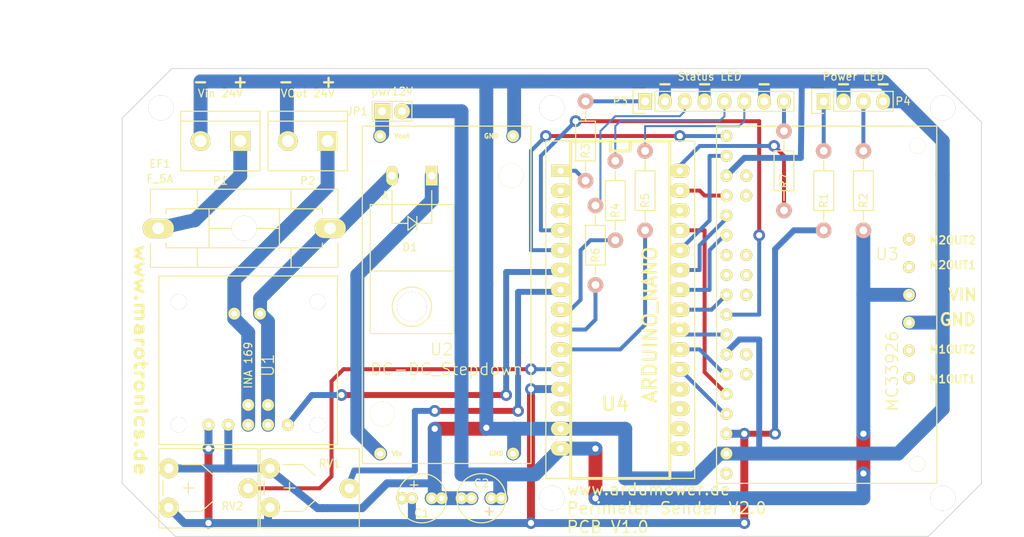
<source format=kicad_pcb>
(kicad_pcb (version 4) (host pcbnew "(2015-01-23 BZR 5386)-product")

  (general
    (links 68)
    (no_connects 0)
    (area 154.000999 110.058999 264.083001 170.039501)
    (thickness 1.6)
    (drawings 27)
    (tracks 312)
    (zones 0)
    (modules 27)
    (nets 35)
  )

  (page A3)
  (layers
    (0 F.Cu signal)
    (31 B.Cu signal)
    (32 B.Adhes user)
    (33 F.Adhes user)
    (34 B.Paste user)
    (35 F.Paste user)
    (36 B.SilkS user)
    (37 F.SilkS user)
    (38 B.Mask user)
    (39 F.Mask user)
    (40 Dwgs.User user)
    (41 Cmts.User user)
    (42 Eco1.User user)
    (43 Eco2.User user)
    (44 Edge.Cuts user)
  )

  (setup
    (last_trace_width 1)
    (user_trace_width 0.254)
    (user_trace_width 0.508)
    (user_trace_width 0.762)
    (user_trace_width 1.016)
    (user_trace_width 1.27)
    (user_trace_width 1.524)
    (user_trace_width 1.7778)
    (trace_clearance 0.2)
    (zone_clearance 0.508)
    (zone_45_only no)
    (trace_min 0.254)
    (segment_width 0.2)
    (edge_width 0.1)
    (via_size 1)
    (via_drill 0.8)
    (via_min_size 0.59)
    (via_min_drill 0.508)
    (user_via 1 0)
    (user_via 1.1 0.6)
    (user_via 1.5 0.8)
    (user_via 1.8 1)
    (user_via 2.4 1.4)
    (uvia_size 0.508)
    (uvia_drill 0.127)
    (uvias_allowed no)
    (uvia_min_size 0.508)
    (uvia_min_drill 0.127)
    (pcb_text_width 0.3)
    (pcb_text_size 1.5 1.5)
    (mod_edge_width 0.15)
    (mod_text_size 1 1)
    (mod_text_width 0.15)
    (pad_size 2.49936 2.49936)
    (pad_drill 1.19888)
    (pad_to_mask_clearance 0)
    (aux_axis_origin 259.08 165.1)
    (visible_elements 7FFFFFFF)
    (pcbplotparams
      (layerselection 0x00020_00000000)
      (usegerberextensions false)
      (excludeedgelayer true)
      (linewidth 0.150000)
      (plotframeref false)
      (viasonmask false)
      (mode 1)
      (useauxorigin false)
      (hpglpennumber 1)
      (hpglpenspeed 20)
      (hpglpendiameter 15)
      (hpglpenoverlay 2)
      (psnegative false)
      (psa4output false)
      (plotreference true)
      (plotvalue true)
      (plotinvisibletext false)
      (padsonsilk false)
      (subtractmaskfromsilk false)
      (outputformat 1)
      (mirror false)
      (drillshape 0)
      (scaleselection 1)
      (outputdirectory C:/Users/autega/Desktop/))
  )

  (net 0 "")
  (net 1 +5V)
  (net 2 GND)
  (net 3 +12V)
  (net 4 "Net-(D1-Pad1)")
  (net 5 "Net-(EF1-Pad2)")
  (net 6 "Net-(JP1-Pad1)")
  (net 7 Mover_in_Ladestation)
  (net 8 M1_DuoLED_Schleife1_Grün)
  (net 9 M1_DuoLED_Schleife1_Rot)
  (net 10 M2_DuoLED_Schleife2_Grün)
  (net 11 M2_DuoLED_Schleife2_Rot)
  (net 12 LED_5V)
  (net 13 LED_12V)
  (net 14 "Net-(D1-Pad2)")
  (net 15 "Net-(P2-Pad1)")
  (net 16 "Net-(R3-Pad2)")
  (net 17 "Net-(R4-Pad2)")
  (net 18 "Net-(R5-Pad2)")
  (net 19 "Net-(R6-Pad2)")
  (net 20 "Net-(R7-Pad2)")
  (net 21 INA169)
  (net 22 M1IN2)
  (net 23 M1IN1)
  (net 24 M1nSF)
  (net 25 M1FB)
  (net 26 EN)
  (net 27 M2IN2)
  (net 28 M2IN1)
  (net 29 M2nSF)
  (net 30 M2FB)
  (net 31 "M1nD2 pwm")
  (net 32 "M2nD2 pwm")
  (net 33 POTI1)
  (net 34 POTI2)

  (net_class Default "This is the default net class."
    (clearance 0.2)
    (trace_width 1)
    (via_dia 1)
    (via_drill 0.8)
    (uvia_dia 0.508)
    (uvia_drill 0.127)
    (add_net +12V)
    (add_net +5V)
    (add_net EN)
    (add_net GND)
    (add_net INA169)
    (add_net LED_12V)
    (add_net LED_5V)
    (add_net M1FB)
    (add_net M1IN1)
    (add_net M1IN2)
    (add_net M1_DuoLED_Schleife1_Grün)
    (add_net M1_DuoLED_Schleife1_Rot)
    (add_net "M1nD2 pwm")
    (add_net M1nSF)
    (add_net M2FB)
    (add_net M2IN1)
    (add_net M2IN2)
    (add_net M2_DuoLED_Schleife2_Grün)
    (add_net M2_DuoLED_Schleife2_Rot)
    (add_net "M2nD2 pwm")
    (add_net M2nSF)
    (add_net Mover_in_Ladestation)
    (add_net "Net-(D1-Pad1)")
    (add_net "Net-(D1-Pad2)")
    (add_net "Net-(EF1-Pad2)")
    (add_net "Net-(JP1-Pad1)")
    (add_net "Net-(P2-Pad1)")
    (add_net "Net-(R3-Pad2)")
    (add_net "Net-(R4-Pad2)")
    (add_net "Net-(R5-Pad2)")
    (add_net "Net-(R6-Pad2)")
    (add_net "Net-(R7-Pad2)")
    (add_net POTI1)
    (add_net POTI2)
  )

  (module sender_v2:Elko_vert_11.2x6.3mm_RM2.5_RM5.0 (layer F.Cu) (tedit 54D691CE) (tstamp 54D65E27)
    (at 191.135 165.1)
    (descr "Electrolytic Capacitor, vertical, diameter 6,3mm, RM 2,5mm, radial,")
    (tags "Electrolytic Capacitor, vertical, diameter 6,3mm, RM 2,5mm, Elko, Electrolytkondensator, Kondensator gepolt, Durchmesser 6,3mm, radial,")
    (path /54D555BA)
    (fp_text reference C1 (at 1.27 1.905 180) (layer F.SilkS)
      (effects (font (size 1 1) (thickness 0.15)))
    )
    (fp_text value 100uF (at 1.27 4.445) (layer F.SilkS) hide
      (effects (font (size 1 1) (thickness 0.15)))
    )
    (fp_line (start 0.26924 -2.19964) (end 0.26924 -1.19888) (layer F.SilkS) (width 0.15))
    (fp_line (start -0.23114 -1.69926) (end 0.76962 -1.69926) (layer F.SilkS) (width 0.15))
    (fp_line (start 0.26924 -1.69926) (end 0.76962 -1.69926) (layer F.Cu) (width 0.15))
    (fp_line (start 0.26924 -1.69926) (end 0.26924 -2.19964) (layer F.Cu) (width 0.15))
    (fp_line (start -0.23114 -1.69926) (end 0.26924 -1.69926) (layer F.Cu) (width 0.15))
    (fp_line (start 0.26924 -1.69926) (end 0.26924 -1.30048) (layer F.Cu) (width 0.15))
    (fp_line (start 0.26924 -1.30048) (end 0.26924 -1.19888) (layer F.Cu) (width 0.15))
    (fp_circle (center 1.27 0) (end 4.4196 0) (layer F.SilkS) (width 0.15))
    (pad 2 thru_hole circle (at 2.54 0) (size 1.50114 1.50114) (drill 0.8001) (layers *.Cu *.Mask F.SilkS)
      (net 2 GND))
    (pad 1 thru_hole circle (at 0 0) (size 1.50114 1.50114) (drill 0.8001) (layers *.Cu *.Mask F.SilkS)
      (net 1 +5V))
    (pad 1 thru_hole circle (at -1.27 0) (size 1.524 1.524) (drill 0.762) (layers *.Cu *.Mask F.SilkS)
      (net 1 +5V))
    (pad 2 thru_hole circle (at 3.81 0) (size 1.524 1.524) (drill 0.762) (layers *.Cu *.Mask F.SilkS)
      (net 2 GND))
    (model Capacitors_Elko_ThroughHole/Elko_vert_11.2x6.3mm_RM2.5.wrl
      (at (xyz 0 0 0))
      (scale (xyz 1 1 1))
      (rotate (xyz 0 0 0))
    )
  )

  (module sender_v2:Elko_vert_11.2x6.3mm_RM2.5_RM5.0 (layer F.Cu) (tedit 54D691F3) (tstamp 54D65E2E)
    (at 201.295 165.1 180)
    (descr "Electrolytic Capacitor, vertical, diameter 6,3mm, RM 2,5mm, radial,")
    (tags "Electrolytic Capacitor, vertical, diameter 6,3mm, RM 2,5mm, Elko, Electrolytkondensator, Kondensator gepolt, Durchmesser 6,3mm, radial,")
    (path /54D55373)
    (fp_text reference C2 (at 1.27 1.905 180) (layer F.SilkS)
      (effects (font (size 1 1) (thickness 0.15)))
    )
    (fp_text value 100uF (at 1.27 -4.445 180) (layer F.SilkS) hide
      (effects (font (size 1 1) (thickness 0.15)))
    )
    (fp_line (start 0.26924 -2.19964) (end 0.26924 -1.19888) (layer F.SilkS) (width 0.15))
    (fp_line (start -0.23114 -1.69926) (end 0.76962 -1.69926) (layer F.SilkS) (width 0.15))
    (fp_line (start 0.26924 -1.69926) (end 0.76962 -1.69926) (layer F.Cu) (width 0.15))
    (fp_line (start 0.26924 -1.69926) (end 0.26924 -2.19964) (layer F.Cu) (width 0.15))
    (fp_line (start -0.23114 -1.69926) (end 0.26924 -1.69926) (layer F.Cu) (width 0.15))
    (fp_line (start 0.26924 -1.69926) (end 0.26924 -1.30048) (layer F.Cu) (width 0.15))
    (fp_line (start 0.26924 -1.30048) (end 0.26924 -1.19888) (layer F.Cu) (width 0.15))
    (fp_circle (center 1.27 0) (end 4.4196 0) (layer F.SilkS) (width 0.15))
    (pad 2 thru_hole circle (at 2.54 0 180) (size 1.50114 1.50114) (drill 0.8001) (layers *.Cu *.Mask F.SilkS)
      (net 2 GND))
    (pad 1 thru_hole circle (at 0 0 180) (size 1.50114 1.50114) (drill 0.8001) (layers *.Cu *.Mask F.SilkS)
      (net 3 +12V))
    (pad 1 thru_hole circle (at -1.27 0 180) (size 1.524 1.524) (drill 0.762) (layers *.Cu *.Mask F.SilkS)
      (net 3 +12V))
    (pad 2 thru_hole circle (at 3.81 0 180) (size 1.524 1.524) (drill 0.762) (layers *.Cu *.Mask F.SilkS)
      (net 2 GND))
    (model Capacitors_Elko_ThroughHole/Elko_vert_11.2x6.3mm_RM2.5.wrl
      (at (xyz 0 0 0))
      (scale (xyz 1 1 1))
      (rotate (xyz 0 0 0))
    )
  )

  (module sender_v2:MBR1045_Horizontal (layer F.Cu) (tedit 54D6905D) (tstamp 54D65E35)
    (at 191.135 123.825 180)
    (descr "TO-220, Bipolar-BCE, Horizontal,")
    (tags "TO-220, Bipolar-BCE, Horizontal,")
    (path /54D55CFC)
    (fp_text reference D1 (at 0.254 -9.144 180) (layer F.SilkS)
      (effects (font (size 1 1) (thickness 0.15)))
    )
    (fp_text value "MBR 1045" (at 0.635 -10.795 180) (layer F.SilkS) hide
      (effects (font (size 1 1) (thickness 0.15)))
    )
    (fp_text user A (at 3.429 -2.54 180) (layer F.SilkS)
      (effects (font (size 1 1) (thickness 0.15)))
    )
    (fp_line (start -0.635 -6.096) (end -2.54 -6.096) (layer F.SilkS) (width 0.15))
    (fp_line (start -2.54 -6.096) (end -2.54 -3.683) (layer F.SilkS) (width 0.15))
    (fp_line (start 0.508 -6.096) (end 2.54 -6.096) (layer F.SilkS) (width 0.15))
    (fp_line (start 2.54 -6.096) (end 2.54 -3.683) (layer F.SilkS) (width 0.15))
    (fp_line (start -0.635 -6.096) (end 0.508 -6.985) (layer F.SilkS) (width 0.15))
    (fp_line (start 0.508 -6.985) (end 0.508 -5.207) (layer F.SilkS) (width 0.15))
    (fp_line (start 0.508 -5.207) (end -0.635 -6.096) (layer F.SilkS) (width 0.15))
    (fp_line (start -0.635 -6.985) (end -0.635 -5.207) (layer F.SilkS) (width 0.15))
    (fp_circle (center 0 -16.764) (end 1.778 -14.986) (layer F.SilkS) (width 0.15))
    (fp_line (start -2.54 -3.683) (end -2.54 -1.905) (layer F.SilkS) (width 0.15))
    (fp_line (start 2.54 -3.683) (end 2.54 -1.905) (layer F.SilkS) (width 0.15))
    (fp_line (start 5.334 -12.192) (end 5.334 -20.193) (layer F.SilkS) (width 0.15))
    (fp_line (start 5.334 -20.193) (end -5.334 -20.193) (layer F.SilkS) (width 0.15))
    (fp_line (start -5.334 -20.193) (end -5.334 -12.192) (layer F.SilkS) (width 0.15))
    (fp_line (start 5.334 -3.683) (end 5.334 -12.192) (layer F.SilkS) (width 0.15))
    (fp_line (start 5.334 -12.192) (end -5.334 -12.192) (layer F.SilkS) (width 0.15))
    (fp_line (start -5.334 -12.192) (end -5.334 -3.683) (layer F.SilkS) (width 0.15))
    (fp_line (start 0 -3.683) (end -5.334 -3.683) (layer F.SilkS) (width 0.15))
    (fp_line (start 0 -3.683) (end 5.334 -3.683) (layer F.SilkS) (width 0.15))
    (pad 2 thru_hole rect (at -2.54 0 270) (size 2.49936 1.50114) (drill 1.00076) (layers *.Cu *.Mask F.SilkS)
      (net 14 "Net-(D1-Pad2)"))
    (pad 1 thru_hole oval (at 2.54 0 270) (size 2.49936 1.50114) (drill 1.00076) (layers *.Cu *.Mask F.SilkS)
      (net 4 "Net-(D1-Pad1)"))
    (pad 3 thru_hole circle (at 0 -16.764 270) (size 3.79984 3.79984) (drill 3.79984) (layers *.Cu *.Mask F.SilkS))
    (model Diodes_ThroughHole/Diode_TO-220_Horizontal.wrl
      (at (xyz 0 0 0))
      (scale (xyz 0.3937 0.3937 0.3937))
      (rotate (xyz 0 0 0))
    )
  )

  (module sender_v2:Fuseholder_Reichelt_PL112000 (layer F.Cu) (tedit 54E27B9F) (tstamp 54D65E3B)
    (at 169.672 130.556 180)
    (descr "Fuseholder, 5x20, Semi closed, horizontal, Casing 10x25mm,")
    (tags "Fuseholder, 5x20, Semi closed, horizontal, Casing 10x25mm, Sicherungshalter, halbgeschlossen,")
    (path /54D55253)
    (fp_text reference EF1 (at 10.795 8.255 180) (layer F.SilkS)
      (effects (font (size 1 1) (thickness 0.15)))
    )
    (fp_text value F_5A (at 10.795 6.35 180) (layer F.SilkS)
      (effects (font (size 1 1) (thickness 0.15)))
    )
    (fp_line (start -5.99948 -2.49936) (end -5.99948 -5.00126) (layer F.SilkS) (width 0.15))
    (fp_line (start -5.99948 5.00126) (end -5.99948 2.49936) (layer F.SilkS) (width 0.15))
    (fp_line (start 5.99948 5.00126) (end 5.99948 2.49936) (layer F.SilkS) (width 0.15))
    (fp_line (start 5.99948 -5.00126) (end 5.99948 -2.49936) (layer F.SilkS) (width 0.15))
    (fp_line (start -4.50088 0) (end 4.50088 0) (layer F.SilkS) (width 0.15))
    (fp_line (start -4.50088 -2.49936) (end -4.50088 2.49936) (layer F.SilkS) (width 0.15))
    (fp_line (start 4.50088 -2.49936) (end 4.50088 2.49936) (layer F.SilkS) (width 0.15))
    (fp_line (start 9.99998 -1.89992) (end 9.99998 -2.49936) (layer F.SilkS) (width 0.15))
    (fp_line (start -9.99998 1.89992) (end -9.99998 2.49936) (layer F.SilkS) (width 0.15))
    (fp_line (start -9.99998 2.49936) (end 9.99998 2.49936) (layer F.SilkS) (width 0.15))
    (fp_line (start 9.99998 2.49936) (end 9.99998 1.89992) (layer F.SilkS) (width 0.15))
    (fp_line (start 9.99998 -2.49936) (end -9.99998 -2.49936) (layer F.SilkS) (width 0.15))
    (fp_line (start -9.99998 -2.49936) (end -9.99998 -1.89992) (layer F.SilkS) (width 0.15))
    (fp_line (start 11.99896 -1.89992) (end 11.99896 -5.00126) (layer F.SilkS) (width 0.15))
    (fp_line (start -11.99896 1.89992) (end -11.99896 5.00126) (layer F.SilkS) (width 0.15))
    (fp_line (start -11.99896 5.00126) (end 11.99896 5.00126) (layer F.SilkS) (width 0.15))
    (fp_line (start 11.99896 5.00126) (end 11.99896 1.89992) (layer F.SilkS) (width 0.15))
    (fp_line (start 11.99896 -5.00126) (end -11.99896 -5.00126) (layer F.SilkS) (width 0.15))
    (fp_line (start -11.99896 -5.00126) (end -11.99896 -1.89992) (layer F.SilkS) (width 0.15))
    (pad 2 thru_hole oval (at 11.00074 0 90) (size 2.49936 4.0005) (drill 1.50114) (layers *.Cu *.Mask F.SilkS)
      (net 5 "Net-(EF1-Pad2)"))
    (pad 1 thru_hole oval (at -11.00074 0 90) (size 2.49936 4.0005) (drill 1.50114) (layers *.Cu *.Mask F.SilkS)
      (net 4 "Net-(D1-Pad1)"))
    (pad ~ thru_hole circle (at 0 0 180) (size 3.2 3.2) (drill 3.2) (layers *.Cu *.Mask F.SilkS))
    (model fuse_socket/fuse_socket.wrl
      (at (xyz 0 0 0))
      (scale (xyz 1 1 1))
      (rotate (xyz 0 0 0))
    )
  )

  (module sender_v2:Pin_Header_Straight_1x02 (layer F.Cu) (tedit 54E27D36) (tstamp 54D65E41)
    (at 188.595 115.57)
    (descr "Through hole pin header")
    (tags "pin header")
    (path /54D53A2E)
    (fp_text reference JP1 (at -4.445 0 180) (layer F.SilkS)
      (effects (font (size 1 1) (thickness 0.15)))
    )
    (fp_text value pwr12V (at 0 -2.54) (layer F.SilkS)
      (effects (font (size 1 1) (thickness 0.15)))
    )
    (fp_line (start 0 -1.27) (end 0 1.27) (layer F.SilkS) (width 0.15))
    (fp_line (start -2.54 -1.27) (end -2.54 1.27) (layer F.SilkS) (width 0.15))
    (fp_line (start -2.54 1.27) (end 0 1.27) (layer F.SilkS) (width 0.15))
    (fp_line (start 0 1.27) (end 2.54 1.27) (layer F.SilkS) (width 0.15))
    (fp_line (start 2.54 1.27) (end 2.54 -1.27) (layer F.SilkS) (width 0.15))
    (fp_line (start 2.54 -1.27) (end -2.54 -1.27) (layer F.SilkS) (width 0.15))
    (pad 1 thru_hole rect (at -1.27 0) (size 2.032 2.032) (drill 1.016) (layers *.Cu *.Mask F.SilkS)
      (net 6 "Net-(JP1-Pad1)"))
    (pad 2 thru_hole oval (at 1.27 0) (size 2.032 2.032) (drill 1.016) (layers *.Cu *.Mask F.SilkS)
      (net 3 +12V))
    (model Pin_Headers/Pin_Header_Straight_1x02.wrl
      (at (xyz 0 0 0))
      (scale (xyz 1 1 1))
      (rotate (xyz 0 0 0))
    )
  )

  (module sender_v2:Resistor_Horizontal_RM10mm (layer F.Cu) (tedit 54E27C4B) (tstamp 54D65E5F)
    (at 243.84 125.73 90)
    (descr "Resistor, Axial,  RM 10mm, 1/3W,")
    (tags "Resistor, Axial, RM 10mm, 1/3W,")
    (path /54D586F5)
    (fp_text reference R1 (at -1.27 0 90) (layer F.SilkS)
      (effects (font (size 1 1) (thickness 0.15)))
    )
    (fp_text value 220R (at 1.905 0 90) (layer F.SilkS) hide
      (effects (font (size 1 1) (thickness 0.15)))
    )
    (fp_line (start -2.54 -1.27) (end 2.54 -1.27) (layer F.SilkS) (width 0.15))
    (fp_line (start 2.54 -1.27) (end 2.54 1.27) (layer F.SilkS) (width 0.15))
    (fp_line (start 2.54 1.27) (end -2.54 1.27) (layer F.SilkS) (width 0.15))
    (fp_line (start -2.54 1.27) (end -2.54 -1.27) (layer F.SilkS) (width 0.15))
    (fp_line (start -2.54 0) (end -3.81 0) (layer F.SilkS) (width 0.15))
    (fp_line (start 2.54 0) (end 3.81 0) (layer F.SilkS) (width 0.15))
    (pad 1 thru_hole circle (at -5.08 0 90) (size 1.99898 1.99898) (drill 1.00076) (layers *.Cu *.SilkS *.Mask)
      (net 1 +5V))
    (pad 2 thru_hole circle (at 5.08 0 90) (size 1.99898 1.99898) (drill 1.00076) (layers *.Cu *.SilkS *.Mask)
      (net 12 LED_5V))
    (model Resistors_ThroughHole/Resistor_Horizontal_RM10mm.wrl
      (at (xyz 0 0 0))
      (scale (xyz 0.4 0.4 0.4))
      (rotate (xyz 0 0 0))
    )
  )

  (module sender_v2:Resistor_Horizontal_RM10mm (layer F.Cu) (tedit 54E27C45) (tstamp 54D65E64)
    (at 248.92 125.73 90)
    (descr "Resistor, Axial,  RM 10mm, 1/3W,")
    (tags "Resistor, Axial, RM 10mm, 1/3W,")
    (path /54D588A5)
    (fp_text reference R2 (at -1.27 0 90) (layer F.SilkS)
      (effects (font (size 1 1) (thickness 0.15)))
    )
    (fp_text value 560R (at 1.905 0 90) (layer F.SilkS) hide
      (effects (font (size 1 1) (thickness 0.15)))
    )
    (fp_line (start -2.54 -1.27) (end 2.54 -1.27) (layer F.SilkS) (width 0.15))
    (fp_line (start 2.54 -1.27) (end 2.54 1.27) (layer F.SilkS) (width 0.15))
    (fp_line (start 2.54 1.27) (end -2.54 1.27) (layer F.SilkS) (width 0.15))
    (fp_line (start -2.54 1.27) (end -2.54 -1.27) (layer F.SilkS) (width 0.15))
    (fp_line (start -2.54 0) (end -3.81 0) (layer F.SilkS) (width 0.15))
    (fp_line (start 2.54 0) (end 3.81 0) (layer F.SilkS) (width 0.15))
    (pad 1 thru_hole circle (at -5.08 0 90) (size 1.99898 1.99898) (drill 1.00076) (layers *.Cu *.SilkS *.Mask)
      (net 3 +12V))
    (pad 2 thru_hole circle (at 5.08 0 90) (size 1.99898 1.99898) (drill 1.00076) (layers *.Cu *.SilkS *.Mask)
      (net 13 LED_12V))
    (model Resistors_ThroughHole/Resistor_Horizontal_RM10mm.wrl
      (at (xyz 0 0 0))
      (scale (xyz 0.4 0.4 0.4))
      (rotate (xyz 0 0 0))
    )
  )

  (module sender_v2:Resistor_Horizontal_RM10mm (layer F.Cu) (tedit 54D690E7) (tstamp 54D65E69)
    (at 213.36 119.38 270)
    (descr "Resistor, Axial,  RM 10mm, 1/3W,")
    (tags "Resistor, Axial, RM 10mm, 1/3W,")
    (path /54D5428C)
    (fp_text reference R3 (at 1.27 0 270) (layer F.SilkS)
      (effects (font (size 1 1) (thickness 0.15)))
    )
    (fp_text value 220R (at -2.54 0 270) (layer F.SilkS) hide
      (effects (font (size 1 1) (thickness 0.15)))
    )
    (fp_line (start -2.54 -1.27) (end 2.54 -1.27) (layer F.SilkS) (width 0.15))
    (fp_line (start 2.54 -1.27) (end 2.54 1.27) (layer F.SilkS) (width 0.15))
    (fp_line (start 2.54 1.27) (end -2.54 1.27) (layer F.SilkS) (width 0.15))
    (fp_line (start -2.54 1.27) (end -2.54 -1.27) (layer F.SilkS) (width 0.15))
    (fp_line (start -2.54 0) (end -3.81 0) (layer F.SilkS) (width 0.15))
    (fp_line (start 2.54 0) (end 3.81 0) (layer F.SilkS) (width 0.15))
    (pad 1 thru_hole circle (at -5.08 0 270) (size 1.99898 1.99898) (drill 1.00076) (layers *.Cu *.SilkS *.Mask)
      (net 7 Mover_in_Ladestation))
    (pad 2 thru_hole circle (at 5.08 0 270) (size 1.99898 1.99898) (drill 1.00076) (layers *.Cu *.SilkS *.Mask)
      (net 16 "Net-(R3-Pad2)"))
    (model Resistors_ThroughHole/Resistor_Horizontal_RM10mm.wrl
      (at (xyz 0 0 0))
      (scale (xyz 0.4 0.4 0.4))
      (rotate (xyz 0 0 0))
    )
  )

  (module sender_v2:Resistor_Horizontal_RM10mm (layer F.Cu) (tedit 54E27C6C) (tstamp 54D65E6E)
    (at 217.17 127 270)
    (descr "Resistor, Axial,  RM 10mm, 1/3W,")
    (tags "Resistor, Axial, RM 10mm, 1/3W,")
    (path /54D5424D)
    (fp_text reference R4 (at 1.27 0 270) (layer F.SilkS)
      (effects (font (size 1 1) (thickness 0.15)))
    )
    (fp_text value 220R (at -1.905 0 270) (layer F.SilkS) hide
      (effects (font (size 1 1) (thickness 0.15)))
    )
    (fp_line (start -2.54 -1.27) (end 2.54 -1.27) (layer F.SilkS) (width 0.15))
    (fp_line (start 2.54 -1.27) (end 2.54 1.27) (layer F.SilkS) (width 0.15))
    (fp_line (start 2.54 1.27) (end -2.54 1.27) (layer F.SilkS) (width 0.15))
    (fp_line (start -2.54 1.27) (end -2.54 -1.27) (layer F.SilkS) (width 0.15))
    (fp_line (start -2.54 0) (end -3.81 0) (layer F.SilkS) (width 0.15))
    (fp_line (start 2.54 0) (end 3.81 0) (layer F.SilkS) (width 0.15))
    (pad 1 thru_hole circle (at -5.08 0 270) (size 1.99898 1.99898) (drill 1.00076) (layers *.Cu *.SilkS *.Mask)
      (net 11 M2_DuoLED_Schleife2_Rot))
    (pad 2 thru_hole circle (at 5.08 0 270) (size 1.99898 1.99898) (drill 1.00076) (layers *.Cu *.SilkS *.Mask)
      (net 17 "Net-(R4-Pad2)"))
    (model Resistors_ThroughHole/Resistor_Horizontal_RM10mm.wrl
      (at (xyz 0 0 0))
      (scale (xyz 0.4 0.4 0.4))
      (rotate (xyz 0 0 0))
    )
  )

  (module sender_v2:Resistor_Horizontal_RM10mm (layer F.Cu) (tedit 54D690BF) (tstamp 54D65E73)
    (at 220.98 125.73 270)
    (descr "Resistor, Axial,  RM 10mm, 1/3W,")
    (tags "Resistor, Axial, RM 10mm, 1/3W,")
    (path /53A992DC)
    (fp_text reference R5 (at 1.27 0 270) (layer F.SilkS)
      (effects (font (size 1 1) (thickness 0.15)))
    )
    (fp_text value 220R (at -2.54 0 270) (layer F.SilkS) hide
      (effects (font (size 1 1) (thickness 0.15)))
    )
    (fp_line (start -2.54 -1.27) (end 2.54 -1.27) (layer F.SilkS) (width 0.15))
    (fp_line (start 2.54 -1.27) (end 2.54 1.27) (layer F.SilkS) (width 0.15))
    (fp_line (start 2.54 1.27) (end -2.54 1.27) (layer F.SilkS) (width 0.15))
    (fp_line (start -2.54 1.27) (end -2.54 -1.27) (layer F.SilkS) (width 0.15))
    (fp_line (start -2.54 0) (end -3.81 0) (layer F.SilkS) (width 0.15))
    (fp_line (start 2.54 0) (end 3.81 0) (layer F.SilkS) (width 0.15))
    (pad 1 thru_hole circle (at -5.08 0 270) (size 1.99898 1.99898) (drill 1.00076) (layers *.Cu *.SilkS *.Mask)
      (net 9 M1_DuoLED_Schleife1_Rot))
    (pad 2 thru_hole circle (at 5.08 0 270) (size 1.99898 1.99898) (drill 1.00076) (layers *.Cu *.SilkS *.Mask)
      (net 18 "Net-(R5-Pad2)"))
    (model Resistors_ThroughHole/Resistor_Horizontal_RM10mm.wrl
      (at (xyz 0 0 0))
      (scale (xyz 0.4 0.4 0.4))
      (rotate (xyz 0 0 0))
    )
  )

  (module sender_v2:Resistor_Horizontal_RM10mm (layer F.Cu) (tedit 54D690DB) (tstamp 54D65E78)
    (at 214.63 132.715 270)
    (descr "Resistor, Axial,  RM 10mm, 1/3W,")
    (tags "Resistor, Axial, RM 10mm, 1/3W,")
    (path /54D53F97)
    (fp_text reference R6 (at 1.27 0 270) (layer F.SilkS)
      (effects (font (size 1 1) (thickness 0.15)))
    )
    (fp_text value 220R (at -2.54 0 270) (layer F.SilkS) hide
      (effects (font (size 1 1) (thickness 0.15)))
    )
    (fp_line (start -2.54 -1.27) (end 2.54 -1.27) (layer F.SilkS) (width 0.15))
    (fp_line (start 2.54 -1.27) (end 2.54 1.27) (layer F.SilkS) (width 0.15))
    (fp_line (start 2.54 1.27) (end -2.54 1.27) (layer F.SilkS) (width 0.15))
    (fp_line (start -2.54 1.27) (end -2.54 -1.27) (layer F.SilkS) (width 0.15))
    (fp_line (start -2.54 0) (end -3.81 0) (layer F.SilkS) (width 0.15))
    (fp_line (start 2.54 0) (end 3.81 0) (layer F.SilkS) (width 0.15))
    (pad 1 thru_hole circle (at -5.08 0 270) (size 1.99898 1.99898) (drill 1.00076) (layers *.Cu *.SilkS *.Mask)
      (net 10 M2_DuoLED_Schleife2_Grün))
    (pad 2 thru_hole circle (at 5.08 0 270) (size 1.99898 1.99898) (drill 1.00076) (layers *.Cu *.SilkS *.Mask)
      (net 19 "Net-(R6-Pad2)"))
    (model Resistors_ThroughHole/Resistor_Horizontal_RM10mm.wrl
      (at (xyz 0 0 0))
      (scale (xyz 0.4 0.4 0.4))
      (rotate (xyz 0 0 0))
    )
  )

  (module sender_v2:Bohrloch_3,2mm (layer F.Cu) (tedit 54E27D46) (tstamp 54D689EB)
    (at 159.004 115.1255)
    (path /54D689DE)
    (fp_text reference B1 (at -0.254 -3.3655) (layer F.SilkS) hide
      (effects (font (size 1.5 1.5) (thickness 0.15)))
    )
    (fp_text value Bohrloch_3,2mm (at 12.7 0) (layer F.SilkS) hide
      (effects (font (size 1.5 1.5) (thickness 0.15)))
    )
    (pad 1 thru_hole circle (at 0 0) (size 3.2 3.2) (drill 3.2) (layers *.Cu *.Mask F.SilkS))
  )

  (module sender_v2:Bohrloch_3,2mm (layer F.Cu) (tedit 54E27D3C) (tstamp 54D689F0)
    (at 209.042 111.76)
    (path /54D68AA0)
    (fp_text reference B2 (at -0.127 0) (layer F.SilkS) hide
      (effects (font (size 1.5 1.5) (thickness 0.15)))
    )
    (fp_text value Bohrloch_3,2mm (at 1.143 -8.89) (layer F.SilkS) hide
      (effects (font (size 1.5 1.5) (thickness 0.15)))
    )
    (pad 1 thru_hole circle (at 0 3.3655) (size 3.2 3.2) (drill 3.2) (layers *.Cu *.Mask F.SilkS))
  )

  (module sender_v2:Bohrloch_3,2mm (layer F.Cu) (tedit 54E27D41) (tstamp 54D689F5)
    (at 259.08 111.76)
    (path /54D68AE1)
    (fp_text reference B3 (at 0 0) (layer F.SilkS) hide
      (effects (font (size 1.5 1.5) (thickness 0.15)))
    )
    (fp_text value Bohrloch_3,2mm (at -20.955 -5.715) (layer F.SilkS) hide
      (effects (font (size 1.5 1.5) (thickness 0.15)))
    )
    (pad 1 thru_hole circle (at 0 3.3655) (size 3.2 3.2) (drill 3.2) (layers *.Cu *.Mask F.SilkS))
  )

  (module sender_v2:Bohrloch_3,2mm (layer F.Cu) (tedit 54E27D10) (tstamp 54D689FF)
    (at 209.042 165.1)
    (path /54D68B6A)
    (fp_text reference B5 (at -0.127 3.175) (layer F.SilkS) hide
      (effects (font (size 1.5 1.5) (thickness 0.15)))
    )
    (fp_text value Bohrloch_3,2mm (at -12.7 0) (layer F.SilkS) hide
      (effects (font (size 1.5 1.5) (thickness 0.15)))
    )
    (pad 1 thru_hole circle (at 0 0) (size 3.2 3.2) (drill 3.2) (layers *.Cu *.Mask F.SilkS))
  )

  (module sender_v2:Bohrloch_3,2mm (layer F.Cu) (tedit 54E27D1F) (tstamp 54D68A04)
    (at 259.08 165.1)
    (path /54D68BA6)
    (fp_text reference B6 (at 0 3.175) (layer F.SilkS) hide
      (effects (font (size 1.5 1.5) (thickness 0.15)))
    )
    (fp_text value Bohrloch_3,2mm (at -11.43 0) (layer F.SilkS) hide
      (effects (font (size 1.5 1.5) (thickness 0.15)))
    )
    (pad 1 thru_hole circle (at 0 0) (size 3.2 3.2) (drill 3.2) (layers *.Cu *.Mask F.SilkS))
  )

  (module sender_v2:DC_DC_DSN2596_mit_Bohrloch (layer F.Cu) (tedit 54E27C33) (tstamp 54E206E3)
    (at 206.375 160.655 90)
    (path /54D4FA89)
    (fp_text reference U2 (at 14.605 -11.43 180) (layer F.SilkS)
      (effects (font (size 1.5 1.5) (thickness 0.15)))
    )
    (fp_text value DC-DC_Stepdown (at 12.065 -10.795 180) (layer F.SilkS)
      (effects (font (size 1.5 1.5) (thickness 0.15)))
    )
    (fp_circle (center 36.84 -2.54) (end 35.34 -2.54) (layer F.SilkS) (width 0.15))
    (fp_circle (center 6.34 -19.04) (end 4.84 -19.04) (layer F.SilkS) (width 0.15))
    (fp_text user Vout (at 41.91 -16.51 180) (layer F.SilkS)
      (effects (font (size 0.6 0.6) (thickness 0.15)))
    )
    (fp_text user Vin (at 1.27 -17.145 180) (layer F.SilkS)
      (effects (font (size 0.6 0.6) (thickness 0.15)))
    )
    (fp_text user GND (at 1.27 -4.445 180) (layer F.SilkS)
      (effects (font (size 0.6 0.6) (thickness 0.15)))
    )
    (fp_text user GND (at 41.91 -5.08 180) (layer F.SilkS)
      (effects (font (size 0.6 0.6) (thickness 0.15)))
    )
    (fp_line (start 0 -21.59) (end 43.18 -21.59) (layer F.SilkS) (width 0.15))
    (fp_line (start 43.18 -21.59) (end 43.18 0) (layer F.SilkS) (width 0.15))
    (fp_line (start 43.18 0) (end 0 0) (layer F.SilkS) (width 0.15))
    (fp_line (start 0 0) (end 0 -21.59) (layer F.SilkS) (width 0.15))
    (pad 2 thru_hole circle (at 41.91 -19.304 90) (size 1.524 1.524) (drill 0.762) (layers *.Cu *.Mask F.SilkS)
      (net 6 "Net-(JP1-Pad1)"))
    (pad 1 thru_hole circle (at 41.91 -2.286 90) (size 1.524 1.524) (drill 0.762) (layers *.Cu *.Mask F.SilkS)
      (net 2 GND))
    (pad 4 thru_hole circle (at 1.27 -2.286 90) (size 1.524 1.524) (drill 0.762) (layers *.Cu *.Mask F.SilkS)
      (net 2 GND))
    (pad 3 thru_hole circle (at 1.27 -19.304 90) (size 1.524 1.524) (drill 0.762) (layers *.Cu *.Mask F.SilkS)
      (net 14 "Net-(D1-Pad2)"))
    (pad ~ thru_hole circle (at 6.34 -19.04 90) (size 3.1 3.1) (drill 3.1) (layers *.Cu *.Mask F.SilkS))
    (pad ~ thru_hole circle (at 36.84 -2.54 90) (size 3.1 3.1) (drill 3.1) (layers *.Cu *.Mask F.SilkS))
  )

  (module sender_v2:MC_33926_31polig_mit_Bohrloch_neue_Masse (layer F.Cu) (tedit 54E5E1B4) (tstamp 54E22ADD)
    (at 269.24 167.005 90)
    (path /53A98109)
    (fp_text reference U3 (at 33.147 -17.272 180) (layer F.SilkS)
      (effects (font (size 1.5 1.5) (thickness 0.15)))
    )
    (fp_text value MC33926 (at 18.161 -16.637 270) (layer F.SilkS)
      (effects (font (size 1.5 1.5) (thickness 0.15)))
    )
    (fp_circle (center 17.78 -35.306) (end 17.907 -35.052) (layer F.SilkS) (width 0.15))
    (fp_circle (center 20.32 -35.306) (end 20.447 -35.052) (layer F.SilkS) (width 0.15))
    (fp_circle (center 27.94 -35.306) (end 28.067 -35.052) (layer F.SilkS) (width 0.15))
    (fp_circle (center 30.48 -35.306) (end 30.607 -35.052) (layer F.SilkS) (width 0.15))
    (fp_circle (center 33.02 -35.306) (end 33.147 -35.052) (layer F.SilkS) (width 0.15))
    (fp_circle (center 40.64 -35.306) (end 40.767 -35.052) (layer F.SilkS) (width 0.15))
    (fp_circle (center 43.18 -35.306) (end 43.434 -35.179) (layer F.SilkS) (width 0.15))
    (fp_circle (center 6.2865 -13.3985) (end 7.0485 -13.9065) (layer F.SilkS) (width 0.15))
    (fp_circle (center 47.0535 -13.3985) (end 47.8155 -13.9065) (layer F.SilkS) (width 0.15))
    (fp_circle (center 47.0535 -13.3985) (end 47.8155 -13.9065) (layer F.SilkS) (width 0.15))
    (fp_circle (center 47.0535 -13.3985) (end 47.8155 -13.9065) (layer F.SilkS) (width 0.15))
    (fp_circle (center 47.0535 -13.3985) (end 47.8155 -13.9065) (layer F.SilkS) (width 0.15))
    (fp_line (start 3.81 -10.922) (end 3.81 -39.116) (layer F.SilkS) (width 0.15))
    (fp_line (start 3.81 -39.116) (end 49.53 -39.116) (layer F.SilkS) (width 0.15))
    (fp_line (start 49.53 -39.116) (end 49.53 -10.922) (layer F.SilkS) (width 0.15))
    (fp_line (start 49.53 -10.922) (end 3.81 -10.922) (layer F.SilkS) (width 0.15))
    (pad 1 thru_hole circle (at 5.08 -37.846 90) (size 1.524 1.524) (drill 0.762) (layers *.Cu *.Mask F.SilkS))
    (pad 2 thru_hole circle (at 7.62 -37.846 90) (size 1.524 1.524) (drill 0.762) (layers *.Cu *.Mask F.SilkS)
      (net 2 GND))
    (pad 3 thru_hole circle (at 10.16 -37.846 90) (size 1.524 1.524) (drill 0.762) (layers *.Cu *.Mask F.SilkS)
      (net 1 +5V))
    (pad 4 thru_hole circle (at 12.7 -37.846 90) (size 1.524 1.524) (drill 0.762) (layers *.Cu *.Mask F.SilkS)
      (net 22 M1IN2))
    (pad 5 thru_hole circle (at 15.24 -37.846 90) (size 1.524 1.524) (drill 0.762) (layers *.Cu *.Mask F.SilkS)
      (net 23 M1IN1))
    (pad 6 thru_hole circle (at 17.78 -37.846 90) (size 1.524 1.524) (drill 0.762) (layers *.Cu *.Mask F.SilkS)
      (net 31 "M1nD2 pwm"))
    (pad 7 thru_hole circle (at 20.32 -37.846 90) (size 1.524 1.524) (drill 0.762) (layers *.Cu *.Mask F.SilkS)
      (net 2 GND))
    (pad 8 thru_hole circle (at 22.86 -37.846 90) (size 1.524 1.524) (drill 0.762) (layers *.Cu *.Mask F.SilkS)
      (net 24 M1nSF))
    (pad 9 thru_hole circle (at 25.4 -37.846 90) (size 1.524 1.524) (drill 0.762) (layers *.Cu *.Mask F.SilkS)
      (net 25 M1FB))
    (pad 10 thru_hole circle (at 27.94 -37.846 90) (size 1.524 1.524) (drill 0.762) (layers *.Cu *.Mask F.SilkS)
      (net 26 EN))
    (pad 11 thru_hole circle (at 30.48 -37.846 90) (size 1.524 1.524) (drill 0.762) (layers *.Cu *.Mask F.SilkS))
    (pad 12 thru_hole circle (at 33.02 -37.846 90) (size 1.524 1.524) (drill 0.762) (layers *.Cu *.Mask F.SilkS))
    (pad 13 thru_hole circle (at 35.56 -37.846 90) (size 1.524 1.524) (drill 0.762) (layers *.Cu *.Mask F.SilkS)
      (net 27 M2IN2))
    (pad 14 thru_hole circle (at 38.1 -37.846 90) (size 1.524 1.524) (drill 0.762) (layers *.Cu *.Mask F.SilkS)
      (net 28 M2IN1))
    (pad 15 thru_hole circle (at 40.64 -37.846 90) (size 1.524 1.524) (drill 0.762) (layers *.Cu *.Mask F.SilkS)
      (net 32 "M2nD2 pwm"))
    (pad 16 thru_hole circle (at 43.18 -37.846 90) (size 1.524 1.524) (drill 0.762) (layers *.Cu *.Mask F.SilkS)
      (net 2 GND))
    (pad 17 thru_hole circle (at 45.72 -37.846 90) (size 1.524 1.524) (drill 0.762) (layers *.Cu *.Mask F.SilkS)
      (net 29 M2nSF))
    (pad 18 thru_hole circle (at 48.26 -37.846 90) (size 1.524 1.524) (drill 0.762) (layers *.Cu *.Mask F.SilkS)
      (net 30 M2FB))
    (pad 19 thru_hole circle (at 17.272 -14.478 90) (size 1.524 1.524) (drill 0.762) (layers *.Cu *.Mask F.SilkS))
    (pad 20 thru_hole circle (at 20.828 -14.478 90) (size 1.524 1.524) (drill 0.762) (layers *.Cu *.Mask F.SilkS))
    (pad 21 thru_hole circle (at 24.384 -14.478 90) (size 1.524 1.524) (drill 0.762) (layers *.Cu *.Mask F.SilkS)
      (net 2 GND))
    (pad 22 thru_hole circle (at 27.94 -14.478 90) (size 1.524 1.524) (drill 0.762) (layers *.Cu *.Mask F.SilkS)
      (net 3 +12V))
    (pad 23 thru_hole circle (at 31.496 -14.478 90) (size 1.524 1.524) (drill 0.762) (layers *.Cu *.Mask F.SilkS))
    (pad 24 thru_hole circle (at 35.052 -14.478 90) (size 1.524 1.524) (drill 0.762) (layers *.Cu *.Mask F.SilkS))
    (pad 25 thru_hole circle (at 17.78 -35.306 90) (size 1.524 1.524) (drill 0.762) (layers *.Cu *.Mask F.SilkS))
    (pad 26 thru_hole circle (at 20.32 -35.306 90) (size 1.524 1.524) (drill 0.762) (layers *.Cu *.Mask F.SilkS))
    (pad 27 thru_hole circle (at 27.94 -35.306 90) (size 1.524 1.524) (drill 0.762) (layers *.Cu *.Mask F.SilkS))
    (pad 28 thru_hole circle (at 30.48 -35.306 90) (size 1.524 1.524) (drill 0.762) (layers *.Cu *.Mask F.SilkS))
    (pad 29 thru_hole circle (at 33.02 -35.306 90) (size 1.524 1.524) (drill 0.762) (layers *.Cu *.Mask F.SilkS))
    (pad 30 thru_hole circle (at 40.64 -35.306 90) (size 1.524 1.524) (drill 0.762) (layers *.Cu *.Mask F.SilkS))
    (pad 31 thru_hole circle (at 43.18 -35.306 90) (size 1.524 1.524) (drill 0.762) (layers *.Cu *.Mask F.SilkS))
    (pad ~ thru_hole circle (at 6.2865 -13.3985 90) (size 2 2) (drill 2) (layers *.Cu *.Mask F.SilkS))
    (pad ~ thru_hole circle (at 47.0535 -13.3985 90) (size 2 2) (drill 2) (layers *.Cu *.Mask F.SilkS))
  )

  (module sender_v2:arduino_nano (layer F.Cu) (tedit 54E27B5C) (tstamp 54E22A3B)
    (at 217.805 142.24 270)
    (descr "30 pins DIL package, elliptical pads, width 600mil (arduino mini)")
    (tags "DIL arduino mini")
    (path /54D6487C)
    (fp_text reference U4 (at 10.795 0.635 540) (layer F.SilkS)
      (effects (font (size 1.778 1.778) (thickness 0.3048)))
    )
    (fp_text value ARDUINO_NANO (at 0.635 -3.81 270) (layer F.SilkS)
      (effects (font (size 1.778 1.778) (thickness 0.3048)))
    )
    (fp_line (start 20.32 6.35) (end 20.32 9.525) (layer F.SilkS) (width 0.15))
    (fp_line (start 20.32 9.525) (end -22.86 9.525) (layer F.SilkS) (width 0.15))
    (fp_line (start -22.86 9.525) (end -22.86 6.35) (layer F.SilkS) (width 0.15))
    (fp_line (start 20.32 -6.35) (end 20.32 -9.525) (layer F.SilkS) (width 0.15))
    (fp_line (start 20.32 -9.525) (end -22.86 -9.525) (layer F.SilkS) (width 0.15))
    (fp_line (start -22.86 -9.525) (end -22.86 -6.35) (layer F.SilkS) (width 0.15))
    (fp_line (start -22.86 -6.35) (end 20.32 -6.35) (layer F.SilkS) (width 0.381))
    (fp_line (start 20.32 -6.35) (end 20.32 6.35) (layer F.SilkS) (width 0.381))
    (fp_line (start 20.32 6.35) (end -22.86 6.35) (layer F.SilkS) (width 0.381))
    (fp_line (start -22.86 6.35) (end -22.86 -6.35) (layer F.SilkS) (width 0.381))
    (fp_line (start -22.86 1.27) (end -21.59 1.27) (layer F.SilkS) (width 0.381))
    (fp_line (start -21.59 1.27) (end -21.59 -1.27) (layer F.SilkS) (width 0.381))
    (fp_line (start -21.59 -1.27) (end -22.86 -1.27) (layer F.SilkS) (width 0.381))
    (pad D13 thru_hole rect (at -19.05 7.62 270) (size 1.5748 2.286) (drill 0.8128) (layers *.Cu *.Mask F.SilkS)
      (net 16 "Net-(R3-Pad2)"))
    (pad 3V3 thru_hole oval (at -16.51 7.62 270) (size 1.8 2.5) (drill 0.8128) (layers *.Cu *.Mask F.SilkS))
    (pad REF thru_hole oval (at -13.97 7.62 270) (size 1.8 2.5) (drill 0.8128) (layers *.Cu *.Mask F.SilkS))
    (pad A0 thru_hole oval (at -11.43 7.62 270) (size 1.8 2.5) (drill 0.8128) (layers *.Cu *.Mask F.SilkS)
      (net 25 M1FB))
    (pad A1 thru_hole oval (at -8.89 7.62 270) (size 1.8 2.5) (drill 0.8128) (layers *.Cu *.Mask F.SilkS)
      (net 30 M2FB))
    (pad A2 thru_hole oval (at -6.35 7.62 270) (size 1.8 2.5) (drill 0.8128) (layers *.Cu *.Mask F.SilkS)
      (net 21 INA169))
    (pad A3 thru_hole oval (at -3.81 7.62 270) (size 1.8 2.5) (drill 0.8128) (layers *.Cu *.Mask F.SilkS)
      (net 33 POTI1))
    (pad A4 thru_hole oval (at -1.27 7.62 270) (size 1.8 2.5) (drill 0.8128) (layers *.Cu *.Mask F.SilkS)
      (net 17 "Net-(R4-Pad2)"))
    (pad A5 thru_hole oval (at 1.27 7.62 270) (size 1.8 2.5) (drill 0.8128) (layers *.Cu *.Mask F.SilkS)
      (net 19 "Net-(R6-Pad2)"))
    (pad A6 thru_hole oval (at 3.81 7.62 270) (size 1.8 2.5) (drill 0.8128) (layers *.Cu *.Mask F.SilkS)
      (net 18 "Net-(R5-Pad2)"))
    (pad A7 thru_hole oval (at 6.35 7.62 270) (size 1.8 2.5) (drill 0.8128) (layers *.Cu *.Mask F.SilkS)
      (net 34 POTI2))
    (pad 5V thru_hole oval (at 8.89 7.62 270) (size 1.8 2.5) (drill 0.8128) (layers *.Cu *.Mask F.SilkS)
      (net 1 +5V))
    (pad RST0 thru_hole oval (at 11.43 7.62 270) (size 1.8 2.5) (drill 0.8128) (layers *.Cu *.Mask F.SilkS))
    (pad GND1 thru_hole oval (at 13.97 7.62 270) (size 1.8 2.5) (drill 0.8128) (layers *.Cu *.Mask F.SilkS)
      (net 2 GND))
    (pad VIN thru_hole oval (at 16.51 7.62 270) (size 1.8 2.5) (drill 0.8128) (layers *.Cu *.Mask F.SilkS)
      (net 3 +12V))
    (pad TX1 thru_hole oval (at 16.51 -7.62 270) (size 1.8 2.5) (drill 0.8128) (layers *.Cu *.Mask F.SilkS))
    (pad RX0 thru_hole oval (at 13.97 -7.62 270) (size 1.8 2.5) (drill 0.8128) (layers *.Cu *.Mask F.SilkS))
    (pad RST1 thru_hole oval (at 11.43 -7.62 270) (size 1.8 2.5) (drill 0.8128) (layers *.Cu *.Mask F.SilkS))
    (pad GND0 thru_hole oval (at 8.89 -7.62 270) (size 1.8 2.5) (drill 0.8128) (layers *.Cu *.Mask F.SilkS))
    (pad D2 thru_hole oval (at 6.35 -7.62 270) (size 1.8 2.5) (drill 0.8128) (layers *.Cu *.Mask F.SilkS)
      (net 22 M1IN2))
    (pad D3 thru_hole oval (at 3.81 -7.62 270) (size 1.8 2.5) (drill 0.8128) (layers *.Cu *.Mask F.SilkS)
      (net 31 "M1nD2 pwm"))
    (pad D4 thru_hole oval (at 1.27 -7.62 270) (size 1.8 2.5) (drill 0.8128) (layers *.Cu *.Mask F.SilkS)
      (net 24 M1nSF))
    (pad D5 thru_hole oval (at -1.27 -7.62 270) (size 1.8 2.5) (drill 0.8128) (layers *.Cu *.Mask F.SilkS)
      (net 26 EN))
    (pad D6 thru_hole oval (at -3.81 -7.62 270) (size 1.8 2.5) (drill 0.8128) (layers *.Cu *.Mask F.SilkS)
      (net 27 M2IN2))
    (pad D7 thru_hole oval (at -6.35 -7.62 270) (size 1.8 2.5) (drill 0.8128) (layers *.Cu *.Mask F.SilkS)
      (net 28 M2IN1))
    (pad D8 thru_hole oval (at -8.89 -7.62 270) (size 1.8 2.5) (drill 0.8128) (layers *.Cu *.Mask F.SilkS)
      (net 29 M2nSF))
    (pad D9 thru_hole oval (at -11.43 -7.62 270) (size 1.8 2.5) (drill 0.8128) (layers *.Cu *.Mask F.SilkS)
      (net 23 M1IN1))
    (pad D10 thru_hole oval (at -13.97 -7.62 270) (size 1.8 2.5) (drill 0.8128) (layers *.Cu *.Mask F.SilkS))
    (pad D11 thru_hole oval (at -16.51 -7.62 270) (size 1.8 2.5) (drill 0.8128) (layers *.Cu *.Mask F.SilkS)
      (net 32 "M2nD2 pwm"))
    (pad D12 thru_hole oval (at -19.05 -7.62 270) (size 1.8 2.5) (drill 0.8128) (layers *.Cu *.Mask F.SilkS)
      (net 20 "Net-(R7-Pad2)"))
    (model arduino_nano.wrl
      (at (xyz -0.978 -0.385 0))
      (scale (xyz 0.3937 0.3937 0.3937))
      (rotate (xyz 0 0 0))
    )
  )

  (module sender_v2:Resistor_Horizontal_RM10mm (layer F.Cu) (tedit 54F4AE4D) (tstamp 54E5E646)
    (at 238.76 123.19 270)
    (descr "Resistor, Axial,  RM 10mm, 1/3W,")
    (tags "Resistor, Axial, RM 10mm, 1/3W,")
    (path /53A992CD)
    (fp_text reference R7 (at 1.27 0 270) (layer F.SilkS)
      (effects (font (size 1 1) (thickness 0.15)))
    )
    (fp_text value 220R (at -2.54 0 270) (layer F.SilkS) hide
      (effects (font (size 1 1) (thickness 0.15)))
    )
    (fp_line (start -2.54 -1.27) (end 2.54 -1.27) (layer F.SilkS) (width 0.15))
    (fp_line (start 2.54 -1.27) (end 2.54 1.27) (layer F.SilkS) (width 0.15))
    (fp_line (start 2.54 1.27) (end -2.54 1.27) (layer F.SilkS) (width 0.15))
    (fp_line (start -2.54 1.27) (end -2.54 -1.27) (layer F.SilkS) (width 0.15))
    (fp_line (start -2.54 0) (end -3.81 0) (layer F.SilkS) (width 0.15))
    (fp_line (start 2.54 0) (end 3.81 0) (layer F.SilkS) (width 0.15))
    (pad 1 thru_hole circle (at -5.08 0 270) (size 1.99898 1.99898) (drill 1.00076) (layers *.Cu *.SilkS *.Mask)
      (net 8 M1_DuoLED_Schleife1_Grün))
    (pad 2 thru_hole circle (at 5.08 0 270) (size 1.99898 1.99898) (drill 1.00076) (layers *.Cu *.SilkS *.Mask)
      (net 20 "Net-(R7-Pad2)"))
    (model Resistors_ThroughHole/Resistor_Horizontal_RM10mm.wrl
      (at (xyz 0 0 0))
      (scale (xyz 0.4 0.4 0.4))
      (rotate (xyz 0 0 0))
    )
  )

  (module sender_v2:INA169 (layer F.Cu) (tedit 54E5BD4A) (tstamp 54E5EDA0)
    (at 170.18 148.082)
    (path /54D51331)
    (fp_text reference U1 (at 2.54 0 90) (layer F.SilkS)
      (effects (font (size 1.5 1.5) (thickness 0.15)))
    )
    (fp_text value "INA 169" (at 0 0 90) (layer F.SilkS)
      (effects (font (size 1 1) (thickness 0.15)))
    )
    (fp_line (start 11.43 10.16) (end -11.43 10.16) (layer F.SilkS) (width 0.15))
    (fp_line (start -11.43 -8.89) (end -11.43 -11.43) (layer F.SilkS) (width 0.15))
    (fp_line (start -11.43 -11.43) (end 11.43 -11.43) (layer F.SilkS) (width 0.15))
    (fp_line (start 11.43 -11.43) (end 11.43 -8.89) (layer F.SilkS) (width 0.15))
    (fp_line (start 11.43 -8.89) (end 11.43 -10.16) (layer F.SilkS) (width 0.15))
    (fp_line (start 11.43 10.16) (end 11.43 -8.89) (layer F.SilkS) (width 0.15))
    (fp_line (start -11.43 -8.89) (end -11.43 10.16) (layer F.SilkS) (width 0.15))
    (pad 2 thru_hole circle (at -2.54 7.62) (size 1.524 1.524) (drill 0.762) (layers *.Cu *.Mask F.SilkS)
      (net 2 GND))
    (pad 1 thru_hole circle (at -5.08 7.62) (size 1.524 1.524) (drill 0.762) (layers *.Cu *.Mask F.SilkS)
      (net 1 +5V))
    (pad 3 thru_hole circle (at 5.08 7.62) (size 1.524 1.524) (drill 0.762) (layers *.Cu *.Mask F.SilkS)
      (net 21 INA169))
    (pad 5 thru_hole circle (at -1.778 -6.604) (size 1.524 1.524) (drill 0.762) (layers *.Cu *.Mask F.SilkS)
      (net 15 "Net-(P2-Pad1)"))
    (pad 4 thru_hole circle (at 1.524 -6.604) (size 1.524 1.524) (drill 0.762) (layers *.Cu *.Mask F.SilkS)
      (net 4 "Net-(D1-Pad1)"))
    (pad "" thru_hole circle (at -8.89 7.62) (size 2 2) (drill 2) (layers *.Cu *.Mask F.SilkS))
    (pad "" thru_hole circle (at 8.89 7.62) (size 2 2) (drill 2) (layers *.Cu *.Mask F.SilkS))
    (pad "" thru_hole circle (at -8.89 -8.128) (size 2 2) (drill 2) (layers *.Cu *.Mask F.SilkS))
    (pad "" thru_hole circle (at 8.89 -8.128) (size 2 2) (drill 2) (layers *.Cu *.Mask F.SilkS))
    (pad 4 thru_hole circle (at 2.54 7.62) (size 1.524 1.524) (drill 0.762) (layers *.Cu *.Mask F.SilkS)
      (net 4 "Net-(D1-Pad1)"))
    (pad 5 thru_hole circle (at 0 7.62) (size 1.524 1.524) (drill 0.762) (layers *.Cu *.Mask F.SilkS)
      (net 15 "Net-(P2-Pad1)"))
    (pad 5 thru_hole circle (at 0 5.08) (size 1.524 1.524) (drill 0.762) (layers *.Cu *.Mask F.SilkS)
      (net 15 "Net-(P2-Pad1)"))
    (pad 4 thru_hole circle (at 2.54 5.08) (size 1.524 1.524) (drill 0.762) (layers *.Cu *.Mask F.SilkS)
      (net 4 "Net-(D1-Pad1)"))
  )

  (module sender_v2:Anschlussklemme_2P_RM5,08 (layer F.Cu) (tedit 54F22D82) (tstamp 54F22B76)
    (at 166.624 119.38 180)
    (descr "Bornier d'alimentation 2 pins")
    (tags DEV)
    (path /54D4FE5B)
    (fp_text reference P1 (at 0 -5.08 180) (layer F.SilkS)
      (effects (font (size 1 1) (thickness 0.15)))
    )
    (fp_text value "Vin 24V" (at 0 6.096 180) (layer F.SilkS)
      (effects (font (size 1 1) (thickness 0.15)))
    )
    (fp_line (start 5.08 2.54) (end -5.08 2.54) (layer F.SilkS) (width 0.15))
    (fp_line (start 5.08 3.81) (end 5.08 -3.81) (layer F.SilkS) (width 0.15))
    (fp_line (start 5.08 -3.81) (end -5.08 -3.81) (layer F.SilkS) (width 0.15))
    (fp_line (start -5.08 -3.81) (end -5.08 3.81) (layer F.SilkS) (width 0.15))
    (fp_line (start -5.08 3.81) (end 5.08 3.81) (layer F.SilkS) (width 0.15))
    (pad 1 thru_hole rect (at -2.54 0 180) (size 2.54 2.54) (drill 1.524) (layers *.Cu *.Mask F.SilkS)
      (net 5 "Net-(EF1-Pad2)"))
    (pad 2 thru_hole circle (at 2.54 0 180) (size 2.54 2.54) (drill 1.524) (layers *.Cu *.Mask F.SilkS)
      (net 2 GND))
    (model conn_mkds/mkds_1,5-2.wrl
      (at (xyz 0 0 0))
      (scale (xyz 1 1 1))
      (rotate (xyz 0 0 0))
    )
  )

  (module sender_v2:Anschlussklemme_2P_RM5,08 (layer F.Cu) (tedit 54F22D8A) (tstamp 54F22B80)
    (at 177.8 119.38 180)
    (descr "Bornier d'alimentation 2 pins")
    (tags DEV)
    (path /54D4FE86)
    (fp_text reference P2 (at 0 -5.08 180) (layer F.SilkS)
      (effects (font (size 1 1) (thickness 0.15)))
    )
    (fp_text value "VOut 24V" (at 0 6.096 180) (layer F.SilkS)
      (effects (font (size 1 1) (thickness 0.15)))
    )
    (fp_line (start 5.08 2.54) (end -5.08 2.54) (layer F.SilkS) (width 0.15))
    (fp_line (start 5.08 3.81) (end 5.08 -3.81) (layer F.SilkS) (width 0.15))
    (fp_line (start 5.08 -3.81) (end -5.08 -3.81) (layer F.SilkS) (width 0.15))
    (fp_line (start -5.08 -3.81) (end -5.08 3.81) (layer F.SilkS) (width 0.15))
    (fp_line (start -5.08 3.81) (end 5.08 3.81) (layer F.SilkS) (width 0.15))
    (pad 1 thru_hole rect (at -2.54 0 180) (size 2.54 2.54) (drill 1.524) (layers *.Cu *.Mask F.SilkS)
      (net 15 "Net-(P2-Pad1)"))
    (pad 2 thru_hole circle (at 2.54 0 180) (size 2.54 2.54) (drill 1.524) (layers *.Cu *.Mask F.SilkS)
      (net 2 GND))
    (model conn_mkds/mkds_1,5-2.wrl
      (at (xyz 0 0 0))
      (scale (xyz 1 1 1))
      (rotate (xyz 0 0 0))
    )
  )

  (module sender_v2:Potentiometer_VishaySpectrol-Econtrim-Type36T_3D-angepasst_Ardumover_Shop (layer F.Cu) (tedit 54FCCA91) (tstamp 54F4CBAF)
    (at 172.974 163.83 270)
    (descr "Potentiometer, Trimmer, Spectrol Type 36T, Econtrim, Rev A, 02 Aug 2010,")
    (tags "Potentiometer, Trimmer, Spectrol Type 36T, Econtrim, Rev A, 02 Aug 2010,")
    (path /54D524A0)
    (fp_text reference RV1 (at -3.175 -7.62 360) (layer F.SilkS)
      (effects (font (size 1 1) (thickness 0.15)))
    )
    (fp_text value 47K (at -3.175 -4.191 360) (layer F.SilkS) hide
      (effects (font (size 1 1) (thickness 0.15)))
    )
    (fp_line (start -5.08 1.27) (end -5.08 -11.43) (layer F.SilkS) (width 0.15))
    (fp_line (start -5.08 -11.43) (end 5.08 -11.43) (layer F.SilkS) (width 0.15))
    (fp_line (start 5.08 -11.43) (end 5.08 1.27) (layer F.SilkS) (width 0.15))
    (fp_line (start 5.08 1.27) (end -5.08 1.27) (layer F.SilkS) (width 0.15))
    (fp_line (start -0.9398 0.75184) (end 0.85852 0.75184) (layer F.SilkS) (width 0.15))
    (fp_line (start -0.04064 -1.79832) (end -0.04064 -3.2004) (layer F.SilkS) (width 0.15))
    (fp_line (start -0.74168 -2.49936) (end 0.6604 -2.49936) (layer F.SilkS) (width 0.15))
    (fp_line (start 1.55956 -5.75056) (end 2.9591 -4.19862) (layer F.SilkS) (width 0.15))
    (fp_line (start 2.9591 -4.19862) (end 2.9591 -1.69926) (layer F.SilkS) (width 0.15))
    (fp_line (start -1.64084 -5.75056) (end -3.04038 -4.19862) (layer F.SilkS) (width 0.15))
    (fp_line (start -3.04038 -4.19862) (end -3.04038 -1.69926) (layer F.SilkS) (width 0.15))
    (pad 2 thru_hole circle (at 0 -10.16 270) (size 2.49936 2.49936) (drill 1.19888) (layers *.Cu *.Mask F.SilkS)
      (net 33 POTI1))
    (pad 3 thru_hole circle (at 2.45872 0 270) (size 2.49936 2.49936) (drill 1.19888) (layers *.Cu *.Mask F.SilkS)
      (net 1 +5V))
    (pad 1 thru_hole circle (at -2.54 0 270) (size 2.49936 2.49936) (drill 1.19888) (layers *.Cu *.Mask F.SilkS)
      (net 2 GND))
    (model Potentiometers/Potentiometer_Triwood_RM-065.wrl
      (at (xyz -0.1 0 0))
      (scale (xyz 4 8 4))
      (rotate (xyz 0 0 0))
    )
  )

  (module Pin_Headers:Pin_Header_Straight_1x08 (layer F.Cu) (tedit 54F4E219) (tstamp 54F4DBA6)
    (at 220.98 114.3 90)
    (descr "Through hole pin header")
    (tags "pin header")
    (path /54F4D933)
    (fp_text reference P3 (at 0 -3.175 180) (layer F.SilkS)
      (effects (font (size 1 1) (thickness 0.15)))
    )
    (fp_text value "Status LED" (at 3.175 8.255 180) (layer F.SilkS)
      (effects (font (size 1 1) (thickness 0.15)))
    )
    (fp_line (start -1.75 -1.75) (end -1.75 19.55) (layer F.CrtYd) (width 0.05))
    (fp_line (start 1.75 -1.75) (end 1.75 19.55) (layer F.CrtYd) (width 0.05))
    (fp_line (start -1.75 -1.75) (end 1.75 -1.75) (layer F.CrtYd) (width 0.05))
    (fp_line (start -1.75 19.55) (end 1.75 19.55) (layer F.CrtYd) (width 0.05))
    (fp_line (start 1.27 1.27) (end 1.27 19.05) (layer F.SilkS) (width 0.15))
    (fp_line (start 1.27 19.05) (end -1.27 19.05) (layer F.SilkS) (width 0.15))
    (fp_line (start -1.27 19.05) (end -1.27 1.27) (layer F.SilkS) (width 0.15))
    (fp_line (start 1.55 -1.55) (end 1.55 0) (layer F.SilkS) (width 0.15))
    (fp_line (start 1.27 1.27) (end -1.27 1.27) (layer F.SilkS) (width 0.15))
    (fp_line (start -1.55 0) (end -1.55 -1.55) (layer F.SilkS) (width 0.15))
    (fp_line (start -1.55 -1.55) (end 1.55 -1.55) (layer F.SilkS) (width 0.15))
    (pad 1 thru_hole rect (at 0 0 90) (size 2.032 1.7272) (drill 1.016) (layers *.Cu *.Mask F.SilkS)
      (net 7 Mover_in_Ladestation))
    (pad 2 thru_hole oval (at 0 2.54 90) (size 2.032 1.7272) (drill 1.016) (layers *.Cu *.Mask F.SilkS)
      (net 2 GND))
    (pad 3 thru_hole oval (at 0 5.08 90) (size 2.032 1.7272) (drill 1.016) (layers *.Cu *.Mask F.SilkS)
      (net 10 M2_DuoLED_Schleife2_Grün))
    (pad 4 thru_hole oval (at 0 7.62 90) (size 2.032 1.7272) (drill 1.016) (layers *.Cu *.Mask F.SilkS)
      (net 2 GND))
    (pad 5 thru_hole oval (at 0 10.16 90) (size 2.032 1.7272) (drill 1.016) (layers *.Cu *.Mask F.SilkS)
      (net 11 M2_DuoLED_Schleife2_Rot))
    (pad 6 thru_hole oval (at 0 12.7 90) (size 2.032 1.7272) (drill 1.016) (layers *.Cu *.Mask F.SilkS)
      (net 9 M1_DuoLED_Schleife1_Rot))
    (pad 7 thru_hole oval (at 0 15.24 90) (size 2.032 1.7272) (drill 1.016) (layers *.Cu *.Mask F.SilkS)
      (net 2 GND))
    (pad 8 thru_hole oval (at 0 17.78 90) (size 2.032 1.7272) (drill 1.016) (layers *.Cu *.Mask F.SilkS)
      (net 8 M1_DuoLED_Schleife1_Grün))
    (model Pin_Headers/Pin_Header_Straight_1x08.wrl
      (at (xyz 0 -0.35 0))
      (scale (xyz 1 1 1))
      (rotate (xyz 0 0 90))
    )
  )

  (module Pin_Headers:Pin_Header_Straight_1x04 (layer F.Cu) (tedit 54F4E7CF) (tstamp 54F4E669)
    (at 243.84 114.3 90)
    (descr "Through hole pin header")
    (tags "pin header")
    (path /54F4E811)
    (fp_text reference P4 (at 0 10.16 180) (layer F.SilkS)
      (effects (font (size 1 1) (thickness 0.15)))
    )
    (fp_text value "Power LED" (at 3.175 3.81 180) (layer F.SilkS)
      (effects (font (size 1 1) (thickness 0.15)))
    )
    (fp_line (start -1.75 -1.75) (end -1.75 9.4) (layer F.CrtYd) (width 0.05))
    (fp_line (start 1.75 -1.75) (end 1.75 9.4) (layer F.CrtYd) (width 0.05))
    (fp_line (start -1.75 -1.75) (end 1.75 -1.75) (layer F.CrtYd) (width 0.05))
    (fp_line (start -1.75 9.4) (end 1.75 9.4) (layer F.CrtYd) (width 0.05))
    (fp_line (start -1.27 1.27) (end -1.27 8.89) (layer F.SilkS) (width 0.15))
    (fp_line (start 1.27 1.27) (end 1.27 8.89) (layer F.SilkS) (width 0.15))
    (fp_line (start 1.55 -1.55) (end 1.55 0) (layer F.SilkS) (width 0.15))
    (fp_line (start -1.27 8.89) (end 1.27 8.89) (layer F.SilkS) (width 0.15))
    (fp_line (start 1.27 1.27) (end -1.27 1.27) (layer F.SilkS) (width 0.15))
    (fp_line (start -1.55 0) (end -1.55 -1.55) (layer F.SilkS) (width 0.15))
    (fp_line (start -1.55 -1.55) (end 1.55 -1.55) (layer F.SilkS) (width 0.15))
    (pad 1 thru_hole rect (at 0 0 90) (size 2.032 1.7272) (drill 1.016) (layers *.Cu *.Mask F.SilkS)
      (net 12 LED_5V))
    (pad 2 thru_hole oval (at 0 2.54 90) (size 2.032 1.7272) (drill 1.016) (layers *.Cu *.Mask F.SilkS)
      (net 2 GND))
    (pad 3 thru_hole oval (at 0 5.08 90) (size 2.032 1.7272) (drill 1.016) (layers *.Cu *.Mask F.SilkS)
      (net 13 LED_12V))
    (pad 4 thru_hole oval (at 0 7.62 90) (size 2.032 1.7272) (drill 1.016) (layers *.Cu *.Mask F.SilkS)
      (net 2 GND))
    (model Pin_Headers/Pin_Header_Straight_1x04.wrl
      (at (xyz 0 -0.15 0))
      (scale (xyz 1 1 1))
      (rotate (xyz 0 0 90))
    )
  )

  (module sender_v2:Potentiometer_VishaySpectrol-Econtrim-Type36T_3D-angepasst_Ardumover_Shop (layer F.Cu) (tedit 54FCCAA8) (tstamp 54FCC87F)
    (at 160.02 163.83 270)
    (descr "Potentiometer, Trimmer, Spectrol Type 36T, Econtrim, Rev A, 02 Aug 2010,")
    (tags "Potentiometer, Trimmer, Spectrol Type 36T, Econtrim, Rev A, 02 Aug 2010,")
    (path /54FCCD61)
    (fp_text reference RV2 (at 2.286 -8.128 360) (layer F.SilkS)
      (effects (font (size 1 1) (thickness 0.15)))
    )
    (fp_text value 47K (at 0 -6.985 360) (layer F.SilkS) hide
      (effects (font (size 1 1) (thickness 0.15)))
    )
    (fp_line (start -5.08 1.27) (end -5.08 -11.43) (layer F.SilkS) (width 0.15))
    (fp_line (start -5.08 -11.43) (end 5.08 -11.43) (layer F.SilkS) (width 0.15))
    (fp_line (start 5.08 -11.43) (end 5.08 1.27) (layer F.SilkS) (width 0.15))
    (fp_line (start 5.08 1.27) (end -5.08 1.27) (layer F.SilkS) (width 0.15))
    (fp_line (start -0.9398 0.75184) (end 0.85852 0.75184) (layer F.SilkS) (width 0.15))
    (fp_line (start -0.04064 -1.79832) (end -0.04064 -3.2004) (layer F.SilkS) (width 0.15))
    (fp_line (start -0.74168 -2.49936) (end 0.6604 -2.49936) (layer F.SilkS) (width 0.15))
    (fp_line (start 1.55956 -5.75056) (end 2.9591 -4.19862) (layer F.SilkS) (width 0.15))
    (fp_line (start 2.9591 -4.19862) (end 2.9591 -1.69926) (layer F.SilkS) (width 0.15))
    (fp_line (start -1.64084 -5.75056) (end -3.04038 -4.19862) (layer F.SilkS) (width 0.15))
    (fp_line (start -3.04038 -4.19862) (end -3.04038 -1.69926) (layer F.SilkS) (width 0.15))
    (pad 2 thru_hole circle (at 0 -10.16 270) (size 2.49936 2.49936) (drill 1.19888) (layers *.Cu *.Mask F.SilkS)
      (net 34 POTI2))
    (pad 3 thru_hole circle (at 2.45872 0 270) (size 2.49936 2.49936) (drill 1.19888) (layers *.Cu *.Mask F.SilkS)
      (net 1 +5V))
    (pad 1 thru_hole circle (at -2.54 0 270) (size 2.49936 2.49936) (drill 1.19888) (layers *.Cu *.Mask F.SilkS)
      (net 2 GND))
    (model Potentiometers/Potentiometer_Triwood_RM-065.wrl
      (at (xyz -0.1 0 0))
      (scale (xyz 4 8 4))
      (rotate (xyz 0 0 0))
    )
  )

  (gr_text - (at 251.46 112.014) (layer F.SilkS)
    (effects (font (size 1.5 1.5) (thickness 0.3)) (justify mirror))
  )
  (gr_text - (at 223.52 112.014) (layer F.SilkS)
    (effects (font (size 1.5 1.5) (thickness 0.3)))
  )
  (gr_text - (at 228.6 112.014) (layer F.SilkS)
    (effects (font (size 1.5 1.5) (thickness 0.3)))
  )
  (gr_text "www.marotronics.de\n\n" (at 155.194 147.447 270) (layer F.SilkS)
    (effects (font (size 1.5 2) (thickness 0.375)))
  )
  (dimension 59.817 (width 0.3) (layer Eco2.User)
    (gr_text "59,817 mm" (at 144.700001 140.0175 270) (layer Eco2.User)
      (effects (font (size 1.5 1.5) (thickness 0.3)))
    )
    (feature1 (pts (xy 163.322 169.926) (xy 143.350001 169.926)))
    (feature2 (pts (xy 163.322 110.109) (xy 143.350001 110.109)))
    (crossbar (pts (xy 146.050001 110.109) (xy 146.050001 169.926)))
    (arrow1a (pts (xy 146.050001 169.926) (xy 145.46358 168.799496)))
    (arrow1b (pts (xy 146.050001 169.926) (xy 146.636422 168.799496)))
    (arrow2a (pts (xy 146.050001 110.109) (xy 145.46358 111.235504)))
    (arrow2b (pts (xy 146.050001 110.109) (xy 146.636422 111.235504)))
  )
  (dimension 109.982293 (width 0.3) (layer Eco2.User)
    (gr_text "109,982 mm" (at 209.075002 103.185445 359.8676774) (layer Eco2.User)
      (effects (font (size 1.5 1.5) (thickness 0.3)))
    )
    (feature1 (pts (xy 264.033 117.602) (xy 264.06912 101.962449)))
    (feature2 (pts (xy 154.051 117.348) (xy 154.08712 101.708449)))
    (crossbar (pts (xy 154.080884 104.408442) (xy 264.062884 104.662442)))
    (arrow1a (pts (xy 264.062884 104.662442) (xy 262.935029 105.24626)))
    (arrow1b (pts (xy 264.062884 104.662442) (xy 262.937738 104.073421)))
    (arrow2a (pts (xy 154.080884 104.408442) (xy 155.20603 104.997463)))
    (arrow2b (pts (xy 154.080884 104.408442) (xy 155.208739 103.824624)))
  )
  (gr_line (start 257.175 110.109) (end 160.401 110.109) (angle 90) (layer Edge.Cuts) (width 0.1))
  (gr_line (start 264.033 163.195) (end 264.033 116.967) (angle 90) (layer Edge.Cuts) (width 0.1))
  (gr_line (start 160.8455 169.9895) (end 257.2385 169.9895) (angle 90) (layer Edge.Cuts) (width 0.1))
  (gr_line (start 154.051 116.459) (end 154.051 163.195) (angle 90) (layer Edge.Cuts) (width 0.1))
  (gr_line (start 257.175 110.109) (end 264.033 116.967) (angle 90) (layer Edge.Cuts) (width 0.1))
  (gr_line (start 154.051 116.459) (end 160.401 110.109) (angle 90) (layer Edge.Cuts) (width 0.1))
  (gr_line (start 160.8455 169.9895) (end 154.051 163.195) (angle 90) (layer Edge.Cuts) (width 0.1))
  (gr_line (start 264.033 163.195) (end 257.2385 169.9895) (angle 90) (layer Edge.Cuts) (width 0.1))
  (gr_text - (at 246.38 112.014) (layer F.SilkS)
    (effects (font (size 1.5 1.5) (thickness 0.3)))
  )
  (gr_text "www.ardumower.de\nPerimeter Sender V2.0\nPCB V1.0" (at 210.82 166.37) (layer F.SilkS) (tstamp 550061AB)
    (effects (font (size 1.5 1.5) (thickness 0.2)) (justify left))
  )
  (gr_text M1OUT1 (at 260.35 149.86) (layer F.SilkS)
    (effects (font (size 1 1) (thickness 0.2)))
  )
  (gr_text M1OUT2 (at 260.35 146.05) (layer F.SilkS)
    (effects (font (size 1 1) (thickness 0.2)))
  )
  (gr_text M2OUT2 (at 260.35 132.08) (layer F.SilkS)
    (effects (font (size 1 1) (thickness 0.2)))
  )
  (gr_text M2OUT1 (at 260.35 135.255) (layer F.SilkS)
    (effects (font (size 1 1) (thickness 0.2)))
  )
  (gr_text GND (at 260.985 142.24) (layer F.SilkS)
    (effects (font (size 1.5 1.5) (thickness 0.3)))
  )
  (gr_text VIN (at 261.62 139.065) (layer F.SilkS)
    (effects (font (size 1.5 1.5) (thickness 0.3)))
  )
  (gr_text - (at 236.22 112.014) (layer F.SilkS)
    (effects (font (size 1.5 1.5) (thickness 0.3)))
  )
  (gr_text + (at 180.467 111.76) (layer F.SilkS)
    (effects (font (size 1.5 1.5) (thickness 0.3)))
  )
  (gr_text + (at 169.164 111.76) (layer F.SilkS)
    (effects (font (size 1.5 1.5) (thickness 0.3)))
  )
  (gr_text - (at 164.084 111.76) (layer F.SilkS)
    (effects (font (size 1.5 1.5) (thickness 0.3)) (justify mirror))
  )
  (gr_text - (at 175.006 111.76) (layer F.SilkS)
    (effects (font (size 1.5 1.5) (thickness 0.3)) (justify mirror))
  )

  (segment (start 237.617 156.845) (end 237.617 133.223) (width 0.762) (layer B.Cu) (net 1) (tstamp 54F817FD))
  (segment (start 240.03 130.81) (end 243.84 130.81) (width 0.762) (layer B.Cu) (net 1) (tstamp 54F81811))
  (segment (start 233.68 156.845) (end 237.617 156.845) (width 0.762) (layer F.Cu) (net 1))
  (segment (start 237.617 133.223) (end 240.03 130.81) (width 0.762) (layer B.Cu) (net 1))
  (via (at 237.617 156.845) (size 1.5) (drill 0.8) (layers F.Cu B.Cu) (net 1))
  (segment (start 172.72 166.28872) (end 172.63872 166.28872) (width 1.016) (layer B.Cu) (net 1) (status 30))
  (segment (start 191.135 165.1) (end 191.135 168.275) (width 1.016) (layer B.Cu) (net 1))
  (segment (start 206.375 168.275) (end 191.135 168.275) (width 1.016) (layer B.Cu) (net 1))
  (segment (start 191.135 165.1) (end 189.865 165.1) (width 0.762) (layer B.Cu) (net 1))
  (segment (start 210.185 151.13) (end 206.375 151.13) (width 1.016) (layer B.Cu) (net 1) (status 10))
  (segment (start 206.375 151.13) (end 206.375 151.13) (width 1.016) (layer B.Cu) (net 1) (tstamp 54E26002))
  (via (at 206.375 151.13) (size 1.5) (drill 0.8) (layers F.Cu B.Cu) (net 1))
  (segment (start 206.375 151.13) (end 206.375 168.275) (width 1.016) (layer F.Cu) (net 1) (tstamp 54E2601F))
  (via (at 206.375 168.275) (size 1.5) (drill 0.8) (layers F.Cu B.Cu) (net 1))
  (via (at 233.68 156.845) (size 1.5) (drill 0.8) (layers F.Cu B.Cu) (net 1))
  (segment (start 206.375 168.275) (end 233.68 168.275) (width 1.016) (layer B.Cu) (net 1) (tstamp 54E26028))
  (via (at 233.68 168.275) (size 1.5) (drill 0.8) (layers F.Cu B.Cu) (net 1))
  (segment (start 233.68 168.275) (end 233.68 156.845) (width 1.016) (layer F.Cu) (net 1) (tstamp 54E26033))
  (segment (start 231.394 156.845) (end 233.68 156.845) (width 1.016) (layer B.Cu) (net 1) (status 10))
  (segment (start 162.00628 168.275) (end 160.02 166.28872) (width 1.016) (layer B.Cu) (net 1) (tstamp 54FCC8A7))
  (segment (start 165.1 168.275) (end 162.00628 168.275) (width 1.016) (layer B.Cu) (net 1) (tstamp 54FCC920))
  (segment (start 172.72 168.275) (end 165.1 168.275) (width 1.016) (layer B.Cu) (net 1) (tstamp 54FCC8D8))
  (segment (start 191.135 168.275) (end 179.07 168.275) (width 1.016) (layer B.Cu) (net 1))
  (segment (start 179.07 168.275) (end 172.72 168.275) (width 1.016) (layer B.Cu) (net 1))
  (segment (start 172.72 166.28872) (end 172.72 168.275) (width 1.016) (layer B.Cu) (net 1))
  (via (at 165.1 158.75) (size 1.5) (drill 0.8) (layers F.Cu B.Cu) (net 1))
  (segment (start 165.1 158.75) (end 165.1 168.275) (width 1.016) (layer F.Cu) (net 1) (tstamp 54FCC910))
  (via (at 165.1 168.275) (size 1.5) (drill 0.8) (layers F.Cu B.Cu) (net 1))
  (segment (start 165.1 155.702) (end 165.1 158.75) (width 1.016) (layer B.Cu) (net 1))
  (via (at 223.52 114.3) (size 1) (layers F.Cu B.Cu) (net 2))
  (via (at 228.6 114.3) (size 1) (layers F.Cu B.Cu) (net 2))
  (via (at 236.22 114.3) (size 1) (layers F.Cu B.Cu) (net 2))
  (via (at 246.38 114.3) (size 1) (layers F.Cu B.Cu) (net 2))
  (via (at 251.46 114.3) (size 1) (layers F.Cu B.Cu) (net 2))
  (segment (start 235.585 159.385) (end 235.585 158.75) (width 0.508) (layer B.Cu) (net 2) (tstamp 54F81773))
  (segment (start 235.585 158.75) (end 235.585 159.385) (width 0.508) (layer B.Cu) (net 2) (tstamp 54F81779))
  (segment (start 228.6 161.29) (end 228.6 160.655) (width 0.508) (layer B.Cu) (net 2) (tstamp 54F73E74))
  (segment (start 228.6 160.655) (end 228.6 161.29) (width 0.508) (layer B.Cu) (net 2) (tstamp 54F73E7B))
  (segment (start 179.705 166.37) (end 179.07 166.37) (width 1.016) (layer B.Cu) (net 2))
  (segment (start 180.34 166.37) (end 179.705 166.37) (width 1.016) (layer B.Cu) (net 2) (tstamp 54E27886))
  (segment (start 184.785 166.37) (end 180.34 166.37) (width 1.016) (layer B.Cu) (net 2) (tstamp 54E27884))
  (segment (start 187.96 163.195) (end 184.785 166.37) (width 1.016) (layer B.Cu) (net 2) (tstamp 54E27883))
  (segment (start 194.056 163.195) (end 187.96 163.195) (width 1.016) (layer B.Cu) (net 2))
  (segment (start 179.07 166.37) (end 172.72 161.29) (width 1.016) (layer B.Cu) (net 2) (tstamp 54F4CBE9) (status 20))
  (segment (start 164.084 119.38) (end 164.084 111.76) (width 1.7778) (layer B.Cu) (net 2) (tstamp 54E27A73))
  (segment (start 240.919 121.539) (end 241.046 111.76) (width 0.762) (layer B.Cu) (net 2) (tstamp 54E27488))
  (segment (start 231.394 123.825) (end 233.68 121.539) (width 0.762) (layer B.Cu) (net 2) (status 10))
  (segment (start 233.68 121.539) (end 240.919 121.539) (width 0.762) (layer B.Cu) (net 2) (tstamp 54E27606))
  (segment (start 241.046 111.76) (end 241.046 112.014) (width 0.508) (layer B.Cu) (net 2) (tstamp 54E27489))
  (segment (start 241.046 112.014) (end 241.046 111.76) (width 0.508) (layer B.Cu) (net 2) (tstamp 54E27492))
  (segment (start 254.762 142.621) (end 259.08 142.621) (width 1.7778) (layer B.Cu) (net 2))
  (segment (start 259.08 142.621) (end 259.08 142.875) (width 1.7778) (layer B.Cu) (net 2) (tstamp 54E2743B))
  (segment (start 231.394 159.385) (end 233.68 159.385) (width 1.7778) (layer B.Cu) (net 2))
  (segment (start 233.68 159.385) (end 235.585 159.385) (width 1.7778) (layer B.Cu) (net 2) (tstamp 54E27414))
  (segment (start 251.46 159.385) (end 253.365 159.385) (width 1.7778) (layer B.Cu) (net 2) (tstamp 54E273EA))
  (segment (start 253.365 159.385) (end 259.08 153.67) (width 1.7778) (layer B.Cu) (net 2) (tstamp 54E273EE))
  (segment (start 259.08 153.67) (end 259.08 142.875) (width 1.7778) (layer B.Cu) (net 2) (tstamp 54E273F8))
  (segment (start 238.125 159.385) (end 251.46 159.385) (width 1.7778) (layer B.Cu) (net 2) (tstamp 54F78FB0))
  (segment (start 235.585 159.385) (end 238.125 159.385) (width 1.7778) (layer B.Cu) (net 2) (tstamp 54F8177A))
  (segment (start 254 114.3) (end 251.46 111.76) (width 1.7778) (layer B.Cu) (net 2) (tstamp 54F4E6C6))
  (segment (start 259.08 119.38) (end 254 114.3) (width 1.7778) (layer B.Cu) (net 2))
  (segment (start 259.08 142.875) (end 259.08 123.825) (width 1.7778) (layer B.Cu) (net 2))
  (segment (start 259.08 119.38) (end 259.08 123.825) (width 1.7778) (layer B.Cu) (net 2) (tstamp 54E273AA))
  (segment (start 193.675 165.1) (end 194.945 165.1) (width 1.7778) (layer B.Cu) (net 2))
  (segment (start 194.945 165.1) (end 197.485 165.1) (width 1.7778) (layer B.Cu) (net 2) (tstamp 54E26CB0))
  (segment (start 197.485 165.1) (end 198.755 165.1) (width 1.7778) (layer B.Cu) (net 2) (tstamp 54E26CB1))
  (segment (start 193.675 165.1) (end 194.056 164.719) (width 1.7778) (layer B.Cu) (net 2))
  (segment (start 194.056 164.719) (end 194.056 163.195) (width 1.7778) (layer B.Cu) (net 2) (tstamp 54E26C92))
  (segment (start 194.056 163.195) (end 194.056 156.21) (width 1.7778) (layer B.Cu) (net 2) (tstamp 54E27881))
  (via (at 200.66 156.083) (size 1.5) (drill 0.8) (layers F.Cu B.Cu) (net 2))
  (segment (start 200.533 156.21) (end 200.66 156.083) (width 1.7778) (layer F.Cu) (net 2) (tstamp 54E26C9F))
  (segment (start 194.056 156.21) (end 200.533 156.21) (width 1.7778) (layer F.Cu) (net 2) (tstamp 54E26C9E))
  (via (at 194.056 156.21) (size 1.5) (drill 0.8) (layers F.Cu B.Cu) (net 2))
  (segment (start 204.089 159.385) (end 204.216 159.258) (width 1.7778) (layer B.Cu) (net 2))
  (segment (start 204.216 159.258) (end 204.216 156.21) (width 1.7778) (layer B.Cu) (net 2) (tstamp 54E26BDE))
  (segment (start 229.87 160.02) (end 230.505 159.385) (width 1.7778) (layer B.Cu) (net 2))
  (segment (start 218.44 156.21) (end 218.44 162.56) (width 1.7778) (layer B.Cu) (net 2) (tstamp 54E26B7A))
  (segment (start 218.44 162.56) (end 227.33 162.56) (width 1.7778) (layer B.Cu) (net 2) (tstamp 54E26B7C))
  (segment (start 227.33 162.56) (end 228.6 161.29) (width 1.7778) (layer B.Cu) (net 2) (tstamp 54E26B7F))
  (segment (start 228.6 161.29) (end 228.6 161.29) (width 1.7778) (layer B.Cu) (net 2) (tstamp 54F73E7C))
  (segment (start 228.6 161.29) (end 229.87 160.02) (width 1.7778) (layer B.Cu) (net 2) (tstamp 54E26B82))
  (segment (start 210.185 156.21) (end 218.44 156.21) (width 1.7778) (layer B.Cu) (net 2))
  (segment (start 230.505 159.385) (end 231.394 159.385) (width 1.7778) (layer B.Cu) (net 2) (tstamp 54E26BA5))
  (segment (start 200.66 137.795) (end 200.66 156.083) (width 1.7778) (layer B.Cu) (net 2))
  (segment (start 200.66 156.083) (end 200.66 156.21) (width 1.7778) (layer B.Cu) (net 2) (tstamp 54E26CA9))
  (segment (start 200.66 156.21) (end 204.216 156.21) (width 1.7778) (layer B.Cu) (net 2) (tstamp 54E26AE1))
  (segment (start 204.216 156.21) (end 210.185 156.21) (width 1.7778) (layer B.Cu) (net 2) (tstamp 54E26BE3))
  (segment (start 199.39 111.76) (end 200.66 111.76) (width 1.7778) (layer B.Cu) (net 2))
  (segment (start 200.66 111.76) (end 200.66 113.03) (width 1.7778) (layer B.Cu) (net 2) (tstamp 54E267F8))
  (segment (start 200.66 113.03) (end 200.66 137.795) (width 1.7778) (layer B.Cu) (net 2) (tstamp 54E267A3))
  (segment (start 223.52 111.76) (end 238.125 111.76) (width 1.7778) (layer B.Cu) (net 2) (tstamp 54F4DCE2))
  (segment (start 210.82 111.76) (end 223.52 111.76) (width 1.7778) (layer B.Cu) (net 2))
  (segment (start 238.125 111.76) (end 241.046 111.76) (width 1.7778) (layer B.Cu) (net 2) (tstamp 54E27361))
  (segment (start 241.046 111.76) (end 248.92 111.76) (width 1.7778) (layer B.Cu) (net 2) (tstamp 54E27493))
  (segment (start 248.92 111.76) (end 251.46 111.76) (width 1.7778) (layer B.Cu) (net 2) (tstamp 54E27366))
  (segment (start 204.089 118.745) (end 204.216 118.618) (width 1.7778) (layer B.Cu) (net 2))
  (segment (start 204.216 118.618) (end 204.216 111.76) (width 1.7778) (layer B.Cu) (net 2) (tstamp 54E26912))
  (segment (start 175.133 119.38) (end 175.133 111.76) (width 1.7778) (layer B.Cu) (net 2) (status 10))
  (segment (start 199.39 111.76) (end 204.216 111.76) (width 1.7778) (layer B.Cu) (net 2))
  (segment (start 204.216 111.76) (end 207.645 111.76) (width 1.7778) (layer B.Cu) (net 2) (tstamp 54E26919))
  (segment (start 199.39 111.76) (end 176.53 111.76) (width 1.7778) (layer B.Cu) (net 2) (tstamp 54E26813))
  (segment (start 176.53 111.76) (end 175.133 111.76) (width 1.7778) (layer B.Cu) (net 2) (tstamp 54E267FA))
  (segment (start 175.133 111.76) (end 164.084 111.76) (width 1.7778) (layer B.Cu) (net 2) (tstamp 54E2689A))
  (segment (start 205.74 111.76) (end 207.645 111.76) (width 1.7778) (layer B.Cu) (net 2) (tstamp 54E267D2))
  (segment (start 207.645 111.76) (end 210.82 111.76) (width 1.7778) (layer B.Cu) (net 2) (tstamp 54E26817))
  (segment (start 198.755 165.1) (end 197.485 165.1) (width 0.762) (layer B.Cu) (net 2))
  (segment (start 254.508 142.875) (end 254.762 142.621) (width 0.762) (layer B.Cu) (net 2) (tstamp 54E256D7) (status 30))
  (segment (start 246.38 111.76) (end 243.84 111.76) (width 1.7778) (layer B.Cu) (net 2) (tstamp 54F4BED6))
  (segment (start 248.92 111.76) (end 246.38 111.76) (width 1.7778) (layer B.Cu) (net 2))
  (segment (start 227.965 111.76) (end 225.425 111.76) (width 1.7778) (layer B.Cu) (net 2) (tstamp 54F4BF0C))
  (segment (start 228.6 111.76) (end 227.965 111.76) (width 1.7778) (layer B.Cu) (net 2) (tstamp 54F4DCE7))
  (segment (start 230.505 111.76) (end 228.6 111.76) (width 1.7778) (layer B.Cu) (net 2) (tstamp 54F4BF0B))
  (segment (start 233.045 111.76) (end 230.505 111.76) (width 1.7778) (layer B.Cu) (net 2) (tstamp 54F4BF0A))
  (segment (start 235.585 111.76) (end 233.045 111.76) (width 1.7778) (layer B.Cu) (net 2) (tstamp 54F4BF09))
  (segment (start 236.22 111.76) (end 235.585 111.76) (width 1.7778) (layer B.Cu) (net 2) (tstamp 54F4DD01))
  (segment (start 238.125 111.76) (end 236.22 111.76) (width 1.7778) (layer B.Cu) (net 2))
  (segment (start 223.52 112.395) (end 223.52 111.76) (width 1.524) (layer B.Cu) (net 2) (tstamp 54F4DCE1))
  (segment (start 223.52 111.76) (end 223.52 112.395) (width 1.524) (layer B.Cu) (net 2) (tstamp 54F4DCD3))
  (segment (start 223.52 114.3) (end 223.52 111.76) (width 1.524) (layer B.Cu) (net 2))
  (segment (start 228.6 112.395) (end 228.6 111.76) (width 1.524) (layer B.Cu) (net 2) (tstamp 54F4DCE6))
  (segment (start 228.6 111.76) (end 228.6 112.395) (width 1.524) (layer B.Cu) (net 2) (tstamp 54F4DCE4))
  (segment (start 228.6 114.3) (end 228.6 111.76) (width 1.524) (layer B.Cu) (net 2))
  (segment (start 236.22 112.395) (end 236.22 111.76) (width 1.524) (layer B.Cu) (net 2) (tstamp 54F4DD00))
  (segment (start 236.22 111.76) (end 236.22 112.395) (width 1.524) (layer B.Cu) (net 2) (tstamp 54F4DCFD))
  (segment (start 236.22 114.3) (end 236.22 111.76) (width 1.524) (layer B.Cu) (net 2))
  (segment (start 246.38 114.3) (end 246.38 111.76) (width 1.7778) (layer B.Cu) (net 2))
  (segment (start 251.46 114.3) (end 254 114.3) (width 1.7778) (layer B.Cu) (net 2))
  (segment (start 233.045 144.78) (end 235.585 144.78) (width 0.762) (layer B.Cu) (net 2) (tstamp 54F78FA0))
  (segment (start 235.585 144.78) (end 235.585 159.385) (width 0.762) (layer B.Cu) (net 2))
  (segment (start 231.394 146.431) (end 233.045 144.78) (width 0.762) (layer B.Cu) (net 2) (tstamp 54F78F95))
  (segment (start 231.394 146.685) (end 231.394 146.431) (width 0.508) (layer B.Cu) (net 2))
  (segment (start 167.64 161.29) (end 172.72 161.29) (width 1.016) (layer B.Cu) (net 2) (tstamp 54FCC905))
  (segment (start 160.02 161.29) (end 167.64 161.29) (width 1.016) (layer B.Cu) (net 2))
  (segment (start 167.64 155.702) (end 167.64 161.29) (width 1.016) (layer B.Cu) (net 2))
  (segment (start 201.295 165.1) (end 202.565 165.1) (width 1.7778) (layer B.Cu) (net 3))
  (segment (start 202.565 165.1) (end 202.438 164.973) (width 1.7778) (layer B.Cu) (net 3))
  (segment (start 202.438 164.973) (end 202.438 162.052) (width 1.7778) (layer B.Cu) (net 3) (tstamp 54E26CBE))
  (segment (start 210.185 158.75) (end 206.883 162.052) (width 1.7778) (layer B.Cu) (net 3))
  (segment (start 197.485 115.57) (end 189.865 115.57) (width 1.7778) (layer B.Cu) (net 3))
  (segment (start 197.485 115.57) (end 197.485 156.845) (width 1.7778) (layer B.Cu) (net 3) (tstamp 54E26749))
  (segment (start 197.485 162.052) (end 197.485 156.845) (width 1.7778) (layer B.Cu) (net 3) (tstamp 54E26C3A))
  (segment (start 206.883 162.052) (end 202.438 162.052) (width 1.7778) (layer B.Cu) (net 3) (tstamp 54E26C31))
  (segment (start 202.438 162.052) (end 197.485 162.052) (width 1.7778) (layer B.Cu) (net 3) (tstamp 54E26CC2))
  (segment (start 210.185 158.75) (end 214.63 158.75) (width 1.7778) (layer B.Cu) (net 3) (status 10))
  (via (at 214.63 158.75) (size 1.5) (drill 0.8) (layers F.Cu B.Cu) (net 3))
  (segment (start 214.63 158.75) (end 214.63 165.1) (width 1.7778) (layer F.Cu) (net 3) (tstamp 54E25EFD))
  (via (at 214.63 165.1) (size 1.5) (drill 0.8) (layers F.Cu B.Cu) (net 3))
  (segment (start 214.63 165.1) (end 248.92 165.1) (width 1.7778) (layer B.Cu) (net 3) (tstamp 54E25F15))
  (segment (start 248.92 165.1) (end 248.92 161.925) (width 1.7778) (layer B.Cu) (net 3) (tstamp 54E25F16))
  (via (at 248.92 161.925) (size 1.5) (drill 0.8) (layers F.Cu B.Cu) (net 3))
  (segment (start 248.92 161.925) (end 248.92 156.845) (width 1.7778) (layer F.Cu) (net 3) (tstamp 54E25F31))
  (via (at 248.92 156.845) (size 1.5) (drill 0.8) (layers F.Cu B.Cu) (net 3))
  (segment (start 248.92 156.845) (end 248.92 139.065) (width 1.7778) (layer B.Cu) (net 3) (tstamp 54E25F36))
  (segment (start 248.92 130.81) (end 248.92 139.065) (width 1.7778) (layer B.Cu) (net 3) (status 10))
  (segment (start 248.92 139.065) (end 254.762 139.065) (width 1.7778) (layer B.Cu) (net 3) (tstamp 54E25E35) (status 20))
  (segment (start 180.67274 130.556) (end 181.864 130.556) (width 1.7778) (layer B.Cu) (net 4))
  (segment (start 181.864 130.556) (end 188.595 123.825) (width 1.7778) (layer B.Cu) (net 4) (tstamp 54F22D6A))
  (segment (start 171.704 141.478) (end 171.704 139.52474) (width 1.7778) (layer B.Cu) (net 4))
  (segment (start 171.704 139.52474) (end 180.67274 130.556) (width 1.7778) (layer B.Cu) (net 4) (tstamp 54F22D44))
  (segment (start 172.72 153.162) (end 172.72 142.494) (width 1.7778) (layer B.Cu) (net 4))
  (segment (start 172.72 142.494) (end 171.704 141.478) (width 1.7778) (layer B.Cu) (net 4) (tstamp 54F22D19))
  (segment (start 172.72 155.702) (end 172.72 153.162) (width 1.7778) (layer B.Cu) (net 4) (status 30))
  (segment (start 158.67126 130.556) (end 163.195 129.54) (width 1.7778) (layer B.Cu) (net 5) (status 10))
  (segment (start 169.164 123.825) (end 169.164 119.507) (width 1.7778) (layer B.Cu) (net 5) (tstamp 54E27A65))
  (segment (start 163.322 129.54) (end 169.164 123.825) (width 1.7778) (layer B.Cu) (net 5) (tstamp 54E27A5B))
  (segment (start 163.195 129.54) (end 163.322 129.54) (width 1.7778) (layer B.Cu) (net 5) (tstamp 54E27A57))
  (segment (start 187.071 118.745) (end 187.325 118.491) (width 1.7778) (layer B.Cu) (net 6))
  (segment (start 187.325 118.491) (end 187.325 115.57) (width 1.7778) (layer B.Cu) (net 6) (tstamp 54E26751))
  (via (at 220.98 114.3) (size 1) (layers F.Cu B.Cu) (net 7))
  (segment (start 220.98 114.3) (end 213.36 114.3) (width 0.508) (layer B.Cu) (net 7))
  (via (at 238.76 114.3) (size 1) (layers F.Cu B.Cu) (net 8))
  (segment (start 238.76 118.11) (end 238.76 114.3) (width 0.508) (layer B.Cu) (net 8))
  (via (at 233.68 114.3) (size 1) (layers F.Cu B.Cu) (net 9))
  (segment (start 233.68 116.84) (end 233.68 114.3) (width 0.254) (layer B.Cu) (net 9) (tstamp 54F4DC4E))
  (segment (start 220.98 117.475) (end 233.045 117.475) (width 0.254) (layer B.Cu) (net 9) (tstamp 54E2716E))
  (segment (start 220.98 120.65) (end 220.98 117.475) (width 0.254) (layer B.Cu) (net 9))
  (segment (start 233.045 117.475) (end 233.68 116.84) (width 0.254) (layer B.Cu) (net 9))
  (via (at 226.06 114.3) (size 1) (layers F.Cu B.Cu) (net 10))
  (segment (start 215.265 127) (end 215.265 118.11) (width 0.254) (layer B.Cu) (net 10))
  (segment (start 217.17 116.205) (end 225.425 116.205) (width 0.254) (layer B.Cu) (net 10))
  (segment (start 215.265 118.11) (end 217.17 116.205) (width 0.254) (layer B.Cu) (net 10) (tstamp 54E2217B))
  (segment (start 226.06 115.57) (end 226.06 114.3) (width 0.254) (layer B.Cu) (net 10) (tstamp 54F4DC9F))
  (segment (start 225.425 116.205) (end 226.06 115.57) (width 0.254) (layer B.Cu) (net 10) (tstamp 54F4DC9B))
  (segment (start 215.265 127) (end 214.63 127.635) (width 0.254) (layer B.Cu) (net 10) (tstamp 54F815D6))
  (via (at 231.14 114.3) (size 1) (layers F.Cu B.Cu) (net 11))
  (segment (start 231.14 116.205) (end 231.14 114.3) (width 0.254) (layer B.Cu) (net 11) (tstamp 54F4DC7F))
  (segment (start 217.17 121.92) (end 217.17 117.475) (width 0.254) (layer B.Cu) (net 11) (tstamp 54E26FE3))
  (segment (start 217.805 116.84) (end 217.17 117.475) (width 0.254) (layer B.Cu) (net 11) (tstamp 54E26FDC))
  (segment (start 230.505 116.84) (end 217.805 116.84) (width 0.254) (layer B.Cu) (net 11) (tstamp 54E26FD9))
  (segment (start 230.505 116.84) (end 231.14 116.205) (width 0.254) (layer B.Cu) (net 11))
  (via (at 243.84 114.3) (size 1) (layers F.Cu B.Cu) (net 12))
  (segment (start 243.84 120.65) (end 243.84 114.3) (width 0.508) (layer B.Cu) (net 12))
  (via (at 248.92 114.3) (size 1) (layers F.Cu B.Cu) (net 13))
  (segment (start 248.92 120.65) (end 248.92 114.3) (width 0.508) (layer B.Cu) (net 13))
  (segment (start 184.15 136.525) (end 193.675 127) (width 1.7778) (layer B.Cu) (net 14))
  (segment (start 193.675 127) (end 193.675 123.825) (width 1.7778) (layer B.Cu) (net 14) (tstamp 54E266D9))
  (segment (start 184.15 136.906) (end 184.15 136.525) (width 1.7778) (layer B.Cu) (net 14) (tstamp 54E26670))
  (segment (start 187.071 159.385) (end 184.15 156.464) (width 1.7778) (layer B.Cu) (net 14))
  (segment (start 184.15 156.464) (end 184.15 136.525) (width 1.7778) (layer B.Cu) (net 14) (tstamp 54E25FA6))
  (segment (start 168.402 141.478) (end 168.402 137.16) (width 1.7778) (layer B.Cu) (net 15))
  (segment (start 180.34 125.222) (end 180.34 119.38) (width 1.7778) (layer B.Cu) (net 15) (tstamp 54F22D5B))
  (segment (start 168.402 137.16) (end 180.34 125.222) (width 1.7778) (layer B.Cu) (net 15) (tstamp 54F22D4A))
  (segment (start 170.18 155.702) (end 170.18 153.162) (width 1.7778) (layer B.Cu) (net 15) (status 30))
  (segment (start 170.18 153.162) (end 170.18 143.891) (width 1.7778) (layer B.Cu) (net 15) (tstamp 54E5EDBE) (status 10))
  (segment (start 170.18 143.891) (end 168.402 142.113) (width 1.7778) (layer B.Cu) (net 15) (tstamp 54E5EDBF))
  (segment (start 168.402 142.113) (end 168.402 141.478) (width 1.7778) (layer B.Cu) (net 15) (tstamp 54E5EDC0) (status 20))
  (segment (start 210.185 123.19) (end 212.09 123.19) (width 0.508) (layer B.Cu) (net 16))
  (segment (start 212.09 123.19) (end 213.36 124.46) (width 0.508) (layer B.Cu) (net 16) (tstamp 54F81578))
  (segment (start 217.17 132.08) (end 213.995 132.08) (width 0.508) (layer B.Cu) (net 17))
  (segment (start 213.995 132.08) (end 212.725 133.35) (width 0.508) (layer B.Cu) (net 17) (tstamp 54F81627))
  (segment (start 212.725 133.35) (end 212.725 139.7) (width 0.508) (layer B.Cu) (net 17) (tstamp 54F8162A))
  (segment (start 212.725 139.7) (end 211.455 140.97) (width 0.508) (layer B.Cu) (net 17) (tstamp 54F8162C))
  (segment (start 211.455 140.97) (end 210.185 140.97) (width 0.508) (layer B.Cu) (net 17) (tstamp 54F8162D))
  (segment (start 220.98 130.81) (end 220.98 142.875) (width 0.508) (layer B.Cu) (net 18))
  (segment (start 220.98 142.875) (end 217.805 146.05) (width 0.508) (layer B.Cu) (net 18) (tstamp 54F8160F))
  (segment (start 217.805 146.05) (end 210.185 146.05) (width 0.508) (layer B.Cu) (net 18) (tstamp 54F8161A))
  (segment (start 214.63 137.795) (end 214.63 142.24) (width 0.508) (layer B.Cu) (net 19))
  (segment (start 214.63 142.24) (end 213.36 143.51) (width 0.508) (layer B.Cu) (net 19) (tstamp 54F81600))
  (segment (start 213.36 143.51) (end 210.185 143.51) (width 0.508) (layer B.Cu) (net 19) (tstamp 54F81603))
  (via (at 238.76 128.27) (size 1) (layers F.Cu B.Cu) (net 20))
  (segment (start 227.965 120.015) (end 237.49 120.015) (width 0.508) (layer B.Cu) (net 20) (tstamp 54FCC780))
  (via (at 237.49 120.015) (size 1.5) (drill 0.8) (layers F.Cu B.Cu) (net 20))
  (segment (start 237.49 120.015) (end 238.76 121.285) (width 0.508) (layer F.Cu) (net 20) (tstamp 54FCC784))
  (segment (start 238.76 121.285) (end 238.76 128.27) (width 0.508) (layer F.Cu) (net 20) (tstamp 54FCC785))
  (segment (start 225.425 122.555) (end 227.965 120.015) (width 0.508) (layer B.Cu) (net 20) (tstamp 54FCC77F))
  (segment (start 225.425 123.19) (end 225.425 122.555) (width 0.254) (layer B.Cu) (net 20))
  (segment (start 175.26 155.702) (end 178.308 151.892) (width 0.762) (layer B.Cu) (net 21) (status 10))
  (segment (start 203.2 136.144) (end 209.931 136.144) (width 0.762) (layer B.Cu) (net 21) (tstamp 54E279A4))
  (segment (start 203.2 151.892) (end 203.2 136.144) (width 0.762) (layer B.Cu) (net 21) (tstamp 54E279A3))
  (via (at 203.2 151.892) (size 1.5) (drill 0.8) (layers F.Cu B.Cu) (net 21))
  (segment (start 182.118 151.892) (end 203.2 151.892) (width 0.762) (layer F.Cu) (net 21) (tstamp 54E2799C))
  (via (at 182.118 151.892) (size 1.5) (drill 0.8) (layers F.Cu B.Cu) (net 21))
  (segment (start 178.308 151.892) (end 182.118 151.892) (width 0.762) (layer B.Cu) (net 21) (tstamp 54E27992))
  (segment (start 209.931 136.144) (end 210.185 135.89) (width 0.762) (layer B.Cu) (net 21) (tstamp 54E279A8))
  (segment (start 225.425 148.59) (end 231.14 154.305) (width 0.508) (layer B.Cu) (net 22))
  (segment (start 231.14 154.305) (end 231.394 154.305) (width 0.508) (layer B.Cu) (net 22) (tstamp 54E27748))
  (segment (start 226.06 148.59) (end 225.425 148.59) (width 0.508) (layer B.Cu) (net 22) (tstamp 54E2772B))
  (segment (start 228.6 141.605) (end 228.6 148.971) (width 0.508) (layer F.Cu) (net 23))
  (segment (start 231.394 151.765) (end 228.854 149.225) (width 0.508) (layer F.Cu) (net 23) (tstamp 54F816EA))
  (segment (start 228.6 130.81) (end 225.425 130.81) (width 0.508) (layer F.Cu) (net 23) (tstamp 54F816D1))
  (segment (start 228.6 130.81) (end 228.6 141.605) (width 0.508) (layer F.Cu) (net 23) (tstamp 54F816D2))
  (segment (start 228.6 148.971) (end 228.854 149.225) (width 0.508) (layer F.Cu) (net 23) (tstamp 54F8170A))
  (via (at 231.394 151.765) (size 1) (layers F.Cu B.Cu) (net 23))
  (via (at 225.425 130.81) (size 1.8) (drill 1) (layers F.Cu B.Cu) (net 23))
  (segment (start 225.425 143.51) (end 226.06 144.145) (width 0.254) (layer B.Cu) (net 24))
  (segment (start 226.06 144.145) (end 231.394 144.145) (width 0.508) (layer B.Cu) (net 24) (tstamp 54E272BC))
  (segment (start 212.09 116.84) (end 207.645 121.285) (width 0.508) (layer B.Cu) (net 25))
  (segment (start 235.585 141.605) (end 235.585 131.445) (width 0.508) (layer B.Cu) (net 25) (tstamp 54E2761D))
  (via (at 235.585 131.445) (size 1.5) (drill 0.8) (layers F.Cu B.Cu) (net 25))
  (segment (start 235.585 131.445) (end 235.585 117.475) (width 0.508) (layer F.Cu) (net 25) (tstamp 54E2762B))
  (segment (start 235.585 117.475) (end 235.585 116.84) (width 0.508) (layer F.Cu) (net 25) (tstamp 54E2762C))
  (segment (start 235.585 116.84) (end 212.09 116.84) (width 0.508) (layer F.Cu) (net 25) (tstamp 54E27631))
  (via (at 212.09 116.84) (size 1.5) (drill 0.8) (layers F.Cu B.Cu) (net 25))
  (segment (start 231.394 141.605) (end 235.585 141.605) (width 0.508) (layer B.Cu) (net 25))
  (segment (start 207.645 130.81) (end 210.185 130.81) (width 0.508) (layer B.Cu) (net 25) (tstamp 54E27684))
  (segment (start 207.645 121.285) (end 207.645 130.81) (width 0.508) (layer B.Cu) (net 25) (tstamp 54E27676))
  (segment (start 225.425 140.97) (end 227.965 140.97) (width 0.508) (layer B.Cu) (net 26))
  (segment (start 229.489 140.97) (end 231.394 139.065) (width 0.508) (layer B.Cu) (net 26) (tstamp 54E272CA))
  (segment (start 227.965 140.97) (end 229.489 140.97) (width 0.508) (layer B.Cu) (net 26) (tstamp 54E272C5))
  (segment (start 225.425 138.43) (end 229.235 138.43) (width 0.508) (layer B.Cu) (net 27))
  (segment (start 229.235 138.43) (end 229.235 134.62) (width 0.508) (layer B.Cu) (net 27) (tstamp 54F74027))
  (segment (start 229.235 134.62) (end 229.235 133.35) (width 0.508) (layer B.Cu) (net 27) (tstamp 54E27293))
  (segment (start 229.235 133.35) (end 231.14 131.445) (width 0.508) (layer B.Cu) (net 27) (status 20))
  (segment (start 231.14 131.445) (end 231.394 131.445) (width 0.254) (layer B.Cu) (net 27) (tstamp 54E2726A) (status 30))
  (segment (start 225.425 135.89) (end 227.965 135.89) (width 0.508) (layer B.Cu) (net 28))
  (segment (start 227.965 132.715) (end 228.6 132.08) (width 0.508) (layer B.Cu) (net 28) (tstamp 54F7403B))
  (segment (start 227.965 135.89) (end 227.965 132.715) (width 0.508) (layer B.Cu) (net 28) (tstamp 54F7403A))
  (segment (start 228.6 132.08) (end 229.235 131.445) (width 0.508) (layer B.Cu) (net 28) (tstamp 54E21C35))
  (segment (start 229.235 131.445) (end 231.394 129.286) (width 0.508) (layer B.Cu) (net 28) (status 20))
  (segment (start 231.394 129.286) (end 231.394 128.905) (width 0.254) (layer B.Cu) (net 28) (tstamp 54E2725E) (status 30))
  (segment (start 225.425 133.35) (end 229.235 129.54) (width 0.508) (layer B.Cu) (net 29))
  (segment (start 229.235 121.285) (end 229.235 127.635) (width 0.508) (layer B.Cu) (net 29) (tstamp 54E271C6))
  (segment (start 231.394 121.285) (end 229.235 121.285) (width 0.508) (layer B.Cu) (net 29) (status 10))
  (segment (start 229.235 128.27) (end 229.235 127.635) (width 0.508) (layer B.Cu) (net 29) (tstamp 54E27247))
  (segment (start 229.235 128.905) (end 229.235 128.27) (width 0.508) (layer B.Cu) (net 29) (tstamp 54E27257))
  (segment (start 229.235 129.54) (end 229.235 128.905) (width 0.508) (layer B.Cu) (net 29) (tstamp 54E27286))
  (segment (start 208.28 118.745) (end 206.375 120.65) (width 0.508) (layer B.Cu) (net 30))
  (segment (start 206.375 120.65) (end 206.375 133.35) (width 0.508) (layer B.Cu) (net 30) (tstamp 54E2769D))
  (segment (start 206.375 133.35) (end 210.185 133.35) (width 0.508) (layer B.Cu) (net 30) (tstamp 54E2769E))
  (segment (start 231.394 118.745) (end 225.425 118.745) (width 0.508) (layer B.Cu) (net 30) (tstamp 54E275A7) (status 10))
  (via (at 225.425 118.745) (size 1.5) (drill 0.8) (layers F.Cu B.Cu) (net 30))
  (segment (start 208.28 118.745) (end 225.425 118.745) (width 0.508) (layer F.Cu) (net 30) (tstamp 54E275A1))
  (via (at 208.28 118.745) (size 1.5) (drill 0.8) (layers F.Cu B.Cu) (net 30))
  (segment (start 231.394 149.225) (end 231.14 149.225) (width 0.508) (layer B.Cu) (net 31))
  (segment (start 231.14 149.225) (end 227.965 146.05) (width 0.508) (layer B.Cu) (net 31) (tstamp 54F8166C))
  (segment (start 227.965 146.05) (end 225.425 146.05) (width 0.508) (layer B.Cu) (net 31) (tstamp 54F8167B))
  (segment (start 231.394 149.225) (end 231.394 149.479) (width 0.508) (layer B.Cu) (net 31))
  (via (at 225.425 125.73) (size 1.8) (drill 1) (layers F.Cu B.Cu) (net 32))
  (segment (start 225.425 125.73) (end 227.965 125.73) (width 0.508) (layer F.Cu) (net 32) (tstamp 54F8169D))
  (segment (start 228.6 126.365) (end 231.394 126.365) (width 0.508) (layer F.Cu) (net 32) (tstamp 54F816A1))
  (segment (start 227.965 125.73) (end 228.6 126.365) (width 0.508) (layer F.Cu) (net 32) (tstamp 54F8169E))
  (via (at 231.394 126.365) (size 1) (layers F.Cu B.Cu) (net 32))
  (segment (start 182.88 163.83) (end 183.77408 161.544) (width 0.762) (layer B.Cu) (net 33) (status 10))
  (segment (start 204.724 138.684) (end 209.931 138.684) (width 0.762) (layer B.Cu) (net 33) (tstamp 54E278F4))
  (segment (start 204.724 153.924) (end 204.724 138.684) (width 0.762) (layer B.Cu) (net 33) (tstamp 54E278F3))
  (via (at 204.724 153.924) (size 1.5) (drill 0.8) (layers F.Cu B.Cu) (net 33))
  (segment (start 194.056 153.924) (end 204.724 153.924) (width 0.762) (layer F.Cu) (net 33) (tstamp 54E278E5))
  (via (at 194.056 153.924) (size 1.5) (drill 0.8) (layers F.Cu B.Cu) (net 33))
  (segment (start 191.516 153.924) (end 194.056 153.924) (width 0.762) (layer B.Cu) (net 33) (tstamp 54E278DA))
  (segment (start 191.516 161.544) (end 191.516 153.924) (width 0.762) (layer B.Cu) (net 33) (tstamp 54E278D9))
  (segment (start 183.77408 161.544) (end 191.516 161.544) (width 0.762) (layer B.Cu) (net 33) (tstamp 54E278D7))
  (segment (start 209.931 138.684) (end 210.185 138.43) (width 0.762) (layer B.Cu) (net 33) (tstamp 54E278F9))
  (via (at 170.18 163.83) (size 1) (layers F.Cu B.Cu) (net 34))
  (segment (start 182.372 148.59) (end 180.848 150.114) (width 0.508) (layer F.Cu) (net 34) (tstamp 54FCCA5F))
  (segment (start 206.375 148.59) (end 210.185 148.59) (width 0.508) (layer B.Cu) (net 34))
  (segment (start 179.324 163.83) (end 180.848 162.306) (width 0.508) (layer F.Cu) (net 34) (tstamp 54FCC9DD))
  (segment (start 180.848 162.306) (end 180.848 150.114) (width 0.508) (layer F.Cu) (net 34) (tstamp 54FCC9E2))
  (segment (start 170.18 163.83) (end 179.324 163.83) (width 0.508) (layer F.Cu) (net 34) (tstamp 54FCC9DC))
  (segment (start 191.135 148.59) (end 182.499 148.59) (width 0.508) (layer F.Cu) (net 34) (tstamp 54FCCA3C))
  (segment (start 206.375 148.59) (end 191.135 148.59) (width 0.508) (layer F.Cu) (net 34) (tstamp 54FCCA3B))
  (via (at 206.375 148.59) (size 1.5) (drill 0.8) (layers F.Cu B.Cu) (net 34))
  (segment (start 182.499 148.59) (end 182.372 148.59) (width 0.508) (layer F.Cu) (net 34))

)

</source>
